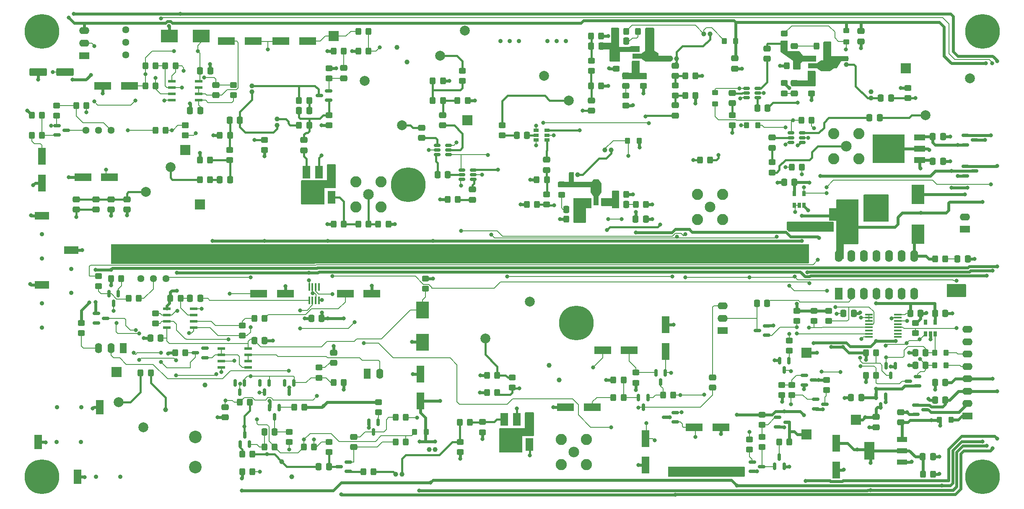
<source format=gtl>
G04 #@! TF.GenerationSoftware,KiCad,Pcbnew,6.0.2-378541a8eb~116~ubuntu20.04.1*
G04 #@! TF.CreationDate,2022-04-18T14:06:08-07:00*
G04 #@! TF.ProjectId,trx_mobo_concept_2,7472785f-6d6f-4626-9f5f-636f6e636570,rev?*
G04 #@! TF.SameCoordinates,Original*
G04 #@! TF.FileFunction,Copper,L1,Top*
G04 #@! TF.FilePolarity,Positive*
%FSLAX46Y46*%
G04 Gerber Fmt 4.6, Leading zero omitted, Abs format (unit mm)*
G04 Created by KiCad (PCBNEW 6.0.2-378541a8eb~116~ubuntu20.04.1) date 2022-04-18 14:06:08*
%MOMM*%
%LPD*%
G01*
G04 APERTURE LIST*
G04 Aperture macros list*
%AMRoundRect*
0 Rectangle with rounded corners*
0 $1 Rounding radius*
0 $2 $3 $4 $5 $6 $7 $8 $9 X,Y pos of 4 corners*
0 Add a 4 corners polygon primitive as box body*
4,1,4,$2,$3,$4,$5,$6,$7,$8,$9,$2,$3,0*
0 Add four circle primitives for the rounded corners*
1,1,$1+$1,$2,$3*
1,1,$1+$1,$4,$5*
1,1,$1+$1,$6,$7*
1,1,$1+$1,$8,$9*
0 Add four rect primitives between the rounded corners*
20,1,$1+$1,$2,$3,$4,$5,0*
20,1,$1+$1,$4,$5,$6,$7,0*
20,1,$1+$1,$6,$7,$8,$9,0*
20,1,$1+$1,$8,$9,$2,$3,0*%
%AMOutline4P*
0 Free polygon, 4 corners , with rotation*
0 The origin of the aperture is its center*
0 number of corners: always 4*
0 $1 to $8 corner X, Y*
0 $9 Rotation angle, in degrees counterclockwise*
0 create outline with 4 corners*
4,1,4,$1,$2,$3,$4,$5,$6,$7,$8,$1,$2,$9*%
G04 Aperture macros list end*
G04 #@! TA.AperFunction,ComponentPad*
%ADD10R,2.100000X1.400000*%
G04 #@! TD*
G04 #@! TA.AperFunction,ComponentPad*
%ADD11O,2.100000X1.400000*%
G04 #@! TD*
G04 #@! TA.AperFunction,ComponentPad*
%ADD12C,0.800000*%
G04 #@! TD*
G04 #@! TA.AperFunction,ComponentPad*
%ADD13C,7.000000*%
G04 #@! TD*
G04 #@! TA.AperFunction,SMDPad,CuDef*
%ADD14RoundRect,0.250000X0.337500X0.475000X-0.337500X0.475000X-0.337500X-0.475000X0.337500X-0.475000X0*%
G04 #@! TD*
G04 #@! TA.AperFunction,SMDPad,CuDef*
%ADD15RoundRect,0.250000X-0.337500X-0.475000X0.337500X-0.475000X0.337500X0.475000X-0.337500X0.475000X0*%
G04 #@! TD*
G04 #@! TA.AperFunction,SMDPad,CuDef*
%ADD16RoundRect,0.250000X-0.475000X0.337500X-0.475000X-0.337500X0.475000X-0.337500X0.475000X0.337500X0*%
G04 #@! TD*
G04 #@! TA.AperFunction,SMDPad,CuDef*
%ADD17RoundRect,0.250000X0.475000X-0.337500X0.475000X0.337500X-0.475000X0.337500X-0.475000X-0.337500X0*%
G04 #@! TD*
G04 #@! TA.AperFunction,SMDPad,CuDef*
%ADD18R,3.500000X1.600000*%
G04 #@! TD*
G04 #@! TA.AperFunction,SMDPad,CuDef*
%ADD19R,1.600000X3.500000*%
G04 #@! TD*
G04 #@! TA.AperFunction,SMDPad,CuDef*
%ADD20R,2.500000X3.500000*%
G04 #@! TD*
G04 #@! TA.AperFunction,SMDPad,CuDef*
%ADD21R,4.000000X2.500000*%
G04 #@! TD*
G04 #@! TA.AperFunction,SMDPad,CuDef*
%ADD22R,2.500000X4.000000*%
G04 #@! TD*
G04 #@! TA.AperFunction,SMDPad,CuDef*
%ADD23R,3.500000X2.500000*%
G04 #@! TD*
G04 #@! TA.AperFunction,SMDPad,CuDef*
%ADD24RoundRect,0.150000X-0.150000X0.587500X-0.150000X-0.587500X0.150000X-0.587500X0.150000X0.587500X0*%
G04 #@! TD*
G04 #@! TA.AperFunction,SMDPad,CuDef*
%ADD25RoundRect,0.150000X0.587500X0.150000X-0.587500X0.150000X-0.587500X-0.150000X0.587500X-0.150000X0*%
G04 #@! TD*
G04 #@! TA.AperFunction,SMDPad,CuDef*
%ADD26RoundRect,0.250000X0.275000X0.350000X-0.275000X0.350000X-0.275000X-0.350000X0.275000X-0.350000X0*%
G04 #@! TD*
G04 #@! TA.AperFunction,SMDPad,CuDef*
%ADD27RoundRect,0.250000X0.350000X-0.275000X0.350000X0.275000X-0.350000X0.275000X-0.350000X-0.275000X0*%
G04 #@! TD*
G04 #@! TA.AperFunction,SMDPad,CuDef*
%ADD28RoundRect,0.250000X-0.350000X0.275000X-0.350000X-0.275000X0.350000X-0.275000X0.350000X0.275000X0*%
G04 #@! TD*
G04 #@! TA.AperFunction,ComponentPad*
%ADD29C,2.150000*%
G04 #@! TD*
G04 #@! TA.AperFunction,ComponentPad*
%ADD30C,2.250000*%
G04 #@! TD*
G04 #@! TA.AperFunction,ComponentPad*
%ADD31O,1.400000X2.100000*%
G04 #@! TD*
G04 #@! TA.AperFunction,ComponentPad*
%ADD32R,1.400000X2.100000*%
G04 #@! TD*
G04 #@! TA.AperFunction,ComponentPad*
%ADD33C,2.000000*%
G04 #@! TD*
G04 #@! TA.AperFunction,ComponentPad*
%ADD34C,1.000000*%
G04 #@! TD*
G04 #@! TA.AperFunction,SMDPad,CuDef*
%ADD35RoundRect,0.150000X-0.587500X-0.150000X0.587500X-0.150000X0.587500X0.150000X-0.587500X0.150000X0*%
G04 #@! TD*
G04 #@! TA.AperFunction,SMDPad,CuDef*
%ADD36RoundRect,0.150000X0.150000X-0.587500X0.150000X0.587500X-0.150000X0.587500X-0.150000X-0.587500X0*%
G04 #@! TD*
G04 #@! TA.AperFunction,SMDPad,CuDef*
%ADD37R,1.000000X1.500000*%
G04 #@! TD*
G04 #@! TA.AperFunction,SMDPad,CuDef*
%ADD38R,2.200000X1.840000*%
G04 #@! TD*
G04 #@! TA.AperFunction,SMDPad,CuDef*
%ADD39Outline4P,-1.100000X-0.500000X1.100000X-0.500000X0.400000X0.500000X-0.400000X0.500000X180.000000*%
G04 #@! TD*
G04 #@! TA.AperFunction,SMDPad,CuDef*
%ADD40Outline4P,-1.100000X-0.425000X1.100000X-0.425000X0.500000X0.425000X-0.500000X0.425000X0.000000*%
G04 #@! TD*
G04 #@! TA.AperFunction,SMDPad,CuDef*
%ADD41R,1.000000X1.800000*%
G04 #@! TD*
G04 #@! TA.AperFunction,SMDPad,CuDef*
%ADD42R,1.500000X1.000000*%
G04 #@! TD*
G04 #@! TA.AperFunction,SMDPad,CuDef*
%ADD43R,1.800000X1.000000*%
G04 #@! TD*
G04 #@! TA.AperFunction,SMDPad,CuDef*
%ADD44R,1.840000X2.200000*%
G04 #@! TD*
G04 #@! TA.AperFunction,SMDPad,CuDef*
%ADD45Outline4P,-1.100000X-0.500000X1.100000X-0.500000X0.400000X0.500000X-0.400000X0.500000X90.000000*%
G04 #@! TD*
G04 #@! TA.AperFunction,SMDPad,CuDef*
%ADD46Outline4P,-1.100000X-0.425000X1.100000X-0.425000X0.500000X0.425000X-0.500000X0.425000X270.000000*%
G04 #@! TD*
G04 #@! TA.AperFunction,SMDPad,CuDef*
%ADD47RoundRect,0.250000X-0.450000X0.325000X-0.450000X-0.325000X0.450000X-0.325000X0.450000X0.325000X0*%
G04 #@! TD*
G04 #@! TA.AperFunction,SMDPad,CuDef*
%ADD48RoundRect,0.250000X-0.325000X-0.450000X0.325000X-0.450000X0.325000X0.450000X-0.325000X0.450000X0*%
G04 #@! TD*
G04 #@! TA.AperFunction,SMDPad,CuDef*
%ADD49RoundRect,0.250000X0.450000X-0.325000X0.450000X0.325000X-0.450000X0.325000X-0.450000X-0.325000X0*%
G04 #@! TD*
G04 #@! TA.AperFunction,SMDPad,CuDef*
%ADD50RoundRect,0.250000X0.325000X0.450000X-0.325000X0.450000X-0.325000X-0.450000X0.325000X-0.450000X0*%
G04 #@! TD*
G04 #@! TA.AperFunction,ComponentPad*
%ADD51C,1.440000*%
G04 #@! TD*
G04 #@! TA.AperFunction,ComponentPad*
%ADD52R,2.032000X2.032000*%
G04 #@! TD*
G04 #@! TA.AperFunction,SMDPad,CuDef*
%ADD53R,0.700000X1.000000*%
G04 #@! TD*
G04 #@! TA.AperFunction,SMDPad,CuDef*
%ADD54R,1.500000X0.450000*%
G04 #@! TD*
G04 #@! TA.AperFunction,SMDPad,CuDef*
%ADD55R,1.650000X2.540000*%
G04 #@! TD*
G04 #@! TA.AperFunction,SMDPad,CuDef*
%ADD56R,0.400000X1.560000*%
G04 #@! TD*
G04 #@! TA.AperFunction,SMDPad,CuDef*
%ADD57R,1.550000X0.600000*%
G04 #@! TD*
G04 #@! TA.AperFunction,ComponentPad*
%ADD58R,1.600000X2.400000*%
G04 #@! TD*
G04 #@! TA.AperFunction,ComponentPad*
%ADD59O,1.600000X2.400000*%
G04 #@! TD*
G04 #@! TA.AperFunction,SMDPad,CuDef*
%ADD60RoundRect,0.150000X-0.512500X-0.150000X0.512500X-0.150000X0.512500X0.150000X-0.512500X0.150000X0*%
G04 #@! TD*
G04 #@! TA.AperFunction,SMDPad,CuDef*
%ADD61R,1.060000X0.650000*%
G04 #@! TD*
G04 #@! TA.AperFunction,SMDPad,CuDef*
%ADD62RoundRect,0.150000X0.512500X0.150000X-0.512500X0.150000X-0.512500X-0.150000X0.512500X-0.150000X0*%
G04 #@! TD*
G04 #@! TA.AperFunction,SMDPad,CuDef*
%ADD63R,2.032000X1.016000*%
G04 #@! TD*
G04 #@! TA.AperFunction,SMDPad,CuDef*
%ADD64R,2.032000X3.657600*%
G04 #@! TD*
G04 #@! TA.AperFunction,ComponentPad*
%ADD65C,0.900000*%
G04 #@! TD*
G04 #@! TA.AperFunction,SMDPad,CuDef*
%ADD66R,3.000000X1.500000*%
G04 #@! TD*
G04 #@! TA.AperFunction,SMDPad,CuDef*
%ADD67R,1.500000X3.000000*%
G04 #@! TD*
G04 #@! TA.AperFunction,ComponentPad*
%ADD68C,2.540000*%
G04 #@! TD*
G04 #@! TA.AperFunction,SMDPad,CuDef*
%ADD69RoundRect,0.250000X1.500000X0.550000X-1.500000X0.550000X-1.500000X-0.550000X1.500000X-0.550000X0*%
G04 #@! TD*
G04 #@! TA.AperFunction,SMDPad,CuDef*
%ADD70R,2.200000X1.200000*%
G04 #@! TD*
G04 #@! TA.AperFunction,SMDPad,CuDef*
%ADD71R,6.400000X5.800000*%
G04 #@! TD*
G04 #@! TA.AperFunction,SMDPad,CuDef*
%ADD72RoundRect,0.250000X0.450000X-0.350000X0.450000X0.350000X-0.450000X0.350000X-0.450000X-0.350000X0*%
G04 #@! TD*
G04 #@! TA.AperFunction,ViaPad*
%ADD73C,0.800000*%
G04 #@! TD*
G04 #@! TA.AperFunction,Conductor*
%ADD74C,0.200000*%
G04 #@! TD*
G04 #@! TA.AperFunction,Conductor*
%ADD75C,0.600000*%
G04 #@! TD*
G04 #@! TA.AperFunction,Conductor*
%ADD76C,0.400000*%
G04 #@! TD*
G04 APERTURE END LIST*
D10*
X63600000Y-59900000D03*
D11*
X63600000Y-54900000D03*
X63600000Y-57400000D03*
D12*
X53143845Y-53143845D03*
X56856155Y-53143845D03*
X57625000Y-55000000D03*
X53143845Y-56856155D03*
X52375000Y-55000000D03*
X55000000Y-57625000D03*
X55000000Y-52375000D03*
X56856155Y-56856155D03*
D13*
X55000000Y-55000000D03*
D12*
X245000000Y-57625000D03*
X245000000Y-52375000D03*
X246856155Y-53143845D03*
X243143845Y-53143845D03*
X246856155Y-56856155D03*
X242375000Y-55000000D03*
X247625000Y-55000000D03*
X243143845Y-56856155D03*
D13*
X245000000Y-55000000D03*
D12*
X57625000Y-145000000D03*
X56856155Y-146856155D03*
X56856155Y-143143845D03*
D13*
X55000000Y-145000000D03*
D12*
X55000000Y-142375000D03*
X53143845Y-146856155D03*
X55000000Y-147625000D03*
X53143845Y-143143845D03*
X52375000Y-145000000D03*
X242375000Y-145000000D03*
X246856155Y-143143845D03*
X247625000Y-145000000D03*
X245000000Y-147625000D03*
X245000000Y-142375000D03*
X243143845Y-143143845D03*
X246856155Y-146856155D03*
X243143845Y-146856155D03*
D13*
X245000000Y-145000000D03*
D12*
X161143845Y-115856155D03*
X161143845Y-112143845D03*
X163000000Y-116625000D03*
X163000000Y-111375000D03*
X160375000Y-114000000D03*
X165625000Y-114000000D03*
X164856155Y-115856155D03*
D13*
X163000000Y-114000000D03*
D12*
X164856155Y-112143845D03*
X130856155Y-87856155D03*
X129000000Y-83375000D03*
X130856155Y-84143845D03*
X127143845Y-84143845D03*
D13*
X129000000Y-86000000D03*
D12*
X131625000Y-86000000D03*
X126375000Y-86000000D03*
X127143845Y-87856155D03*
X129000000Y-88625000D03*
D14*
X237537500Y-126000000D03*
X235462500Y-126000000D03*
X237537500Y-129500000D03*
X235462500Y-129500000D03*
X233537500Y-120000000D03*
X231462500Y-120000000D03*
X233537500Y-122500000D03*
X231462500Y-122500000D03*
D15*
X235462500Y-112000000D03*
X237537500Y-112000000D03*
D14*
X207037500Y-85500000D03*
X204962500Y-85500000D03*
D16*
X223500000Y-132962500D03*
X223500000Y-135037500D03*
D14*
X220562500Y-129000000D03*
X218487500Y-129000000D03*
D15*
X230462500Y-112000000D03*
X232537500Y-112000000D03*
D17*
X66000000Y-91037500D03*
X66000000Y-88962500D03*
X62000000Y-91037500D03*
X62000000Y-88962500D03*
D16*
X72200000Y-88962500D03*
X72200000Y-91037500D03*
X69000000Y-88962500D03*
X69000000Y-91037500D03*
D14*
X109037500Y-71000000D03*
X106962500Y-71000000D03*
D16*
X108000000Y-76962500D03*
X108000000Y-79037500D03*
D17*
X116000000Y-64512500D03*
X116000000Y-62437500D03*
D15*
X92962500Y-73000000D03*
X95037500Y-73000000D03*
X90962500Y-85000000D03*
X93037500Y-85000000D03*
D17*
X118000000Y-139037500D03*
X118000000Y-136962500D03*
D18*
X98800000Y-108000000D03*
X104200000Y-108000000D03*
D19*
X131500000Y-129700000D03*
X131500000Y-124300000D03*
D20*
X131900000Y-111350000D03*
X131900000Y-117850000D03*
D14*
X111537500Y-113000000D03*
X109462500Y-113000000D03*
D15*
X97962500Y-117500000D03*
X100037500Y-117500000D03*
X84962500Y-109000000D03*
X87037500Y-109000000D03*
D18*
X116300000Y-108000000D03*
X121700000Y-108000000D03*
D17*
X114000000Y-122037500D03*
X114000000Y-119962500D03*
D16*
X190500000Y-124962500D03*
X190500000Y-127037500D03*
D21*
X216000000Y-92000000D03*
X224000000Y-92000000D03*
D15*
X216962500Y-112000000D03*
X219037500Y-112000000D03*
D22*
X232000000Y-96000000D03*
X232000000Y-88000000D03*
D15*
X239962500Y-101000000D03*
X242037500Y-101000000D03*
D18*
X173700000Y-119500000D03*
X168300000Y-119500000D03*
D19*
X181000000Y-119700000D03*
X181000000Y-114300000D03*
D18*
X186800000Y-135000000D03*
X192200000Y-135000000D03*
D19*
X177000000Y-137300000D03*
X177000000Y-142700000D03*
D18*
X166200000Y-131000000D03*
X160800000Y-131000000D03*
D19*
X215500000Y-138300000D03*
X215500000Y-143700000D03*
D15*
X232962500Y-141000000D03*
X235037500Y-141000000D03*
D17*
X228500000Y-134037500D03*
X228500000Y-131962500D03*
D15*
X86962500Y-63000000D03*
X89037500Y-63000000D03*
D23*
X87250000Y-56000000D03*
X80750000Y-56000000D03*
D18*
X72700000Y-66000000D03*
X67300000Y-66000000D03*
D17*
X90200000Y-67937500D03*
X90200000Y-65862500D03*
D18*
X92300000Y-57000000D03*
X97700000Y-57000000D03*
X108700000Y-57000000D03*
X103300000Y-57000000D03*
D14*
X87037500Y-71000000D03*
X84962500Y-71000000D03*
D18*
X68700000Y-84500000D03*
X63300000Y-84500000D03*
D19*
X55000000Y-80300000D03*
X55000000Y-85700000D03*
D17*
X136000000Y-74037500D03*
X136000000Y-71962500D03*
D14*
X137037500Y-84000000D03*
X134962500Y-84000000D03*
D17*
X131750000Y-76537500D03*
X131750000Y-74462500D03*
D16*
X142000000Y-86962500D03*
X142000000Y-89037500D03*
D15*
X174962500Y-93000000D03*
X177037500Y-93000000D03*
D16*
X157000000Y-80962500D03*
X157000000Y-83037500D03*
D15*
X160962500Y-91000000D03*
X163037500Y-91000000D03*
X170962500Y-90000000D03*
X173037500Y-90000000D03*
X150962500Y-76000000D03*
X153037500Y-76000000D03*
D16*
X195000000Y-60462500D03*
X195000000Y-62537500D03*
D17*
X183000000Y-72037500D03*
X183000000Y-69962500D03*
D14*
X173037500Y-57000000D03*
X170962500Y-57000000D03*
D16*
X166000000Y-68962500D03*
X166000000Y-71037500D03*
D14*
X168062500Y-58000000D03*
X165987500Y-58000000D03*
D16*
X173000000Y-63962500D03*
X173000000Y-66037500D03*
D15*
X199562500Y-70500000D03*
X201637500Y-70500000D03*
D16*
X202500000Y-76462500D03*
X202500000Y-78537500D03*
D17*
X194500000Y-69537500D03*
X194500000Y-67462500D03*
D14*
X224287500Y-72500000D03*
X222212500Y-72500000D03*
D16*
X220500000Y-54962500D03*
X220500000Y-57037500D03*
D14*
X226537500Y-68500000D03*
X224462500Y-68500000D03*
D16*
X207000000Y-57962500D03*
X207000000Y-60037500D03*
X201500000Y-58462500D03*
X201500000Y-60537500D03*
X207000000Y-65462500D03*
X207000000Y-67537500D03*
D24*
X100950000Y-126062500D03*
X99050000Y-126062500D03*
X100000000Y-127937500D03*
X95950000Y-126062500D03*
X94050000Y-126062500D03*
X95000000Y-127937500D03*
X105950000Y-126062500D03*
X104050000Y-126062500D03*
X105000000Y-127937500D03*
D25*
X87937500Y-120950000D03*
X87937500Y-119050000D03*
X86062500Y-120000000D03*
D26*
X237650000Y-120000000D03*
X235350000Y-120000000D03*
X237650000Y-122500000D03*
X235350000Y-122500000D03*
X238650000Y-133500000D03*
X236350000Y-133500000D03*
X132650000Y-136000000D03*
X130350000Y-136000000D03*
X175650000Y-77100000D03*
X173350000Y-77100000D03*
X195150000Y-57000000D03*
X192850000Y-57000000D03*
X199650000Y-74000000D03*
X197350000Y-74000000D03*
D27*
X191000000Y-69650000D03*
X191000000Y-67350000D03*
D28*
X217500000Y-54850000D03*
X217500000Y-57150000D03*
D29*
X121000000Y-88000000D03*
D30*
X118460000Y-85460000D03*
X123540000Y-85460000D03*
X118460000Y-90540000D03*
X123540000Y-90540000D03*
D10*
X241500000Y-95000000D03*
D11*
X241500000Y-92500000D03*
D10*
X192500000Y-115500000D03*
D11*
X192500000Y-113000000D03*
X192500000Y-110500000D03*
D29*
X217500000Y-78250000D03*
D30*
X214960000Y-75710000D03*
X220040000Y-75710000D03*
X214960000Y-80790000D03*
X220040000Y-80790000D03*
D31*
X66500000Y-119000000D03*
X69000000Y-119000000D03*
D32*
X71500000Y-119000000D03*
D29*
X190000000Y-90500000D03*
D30*
X187460000Y-87960000D03*
X192540000Y-87960000D03*
X187460000Y-93040000D03*
X192540000Y-93040000D03*
D10*
X242000000Y-132750000D03*
D11*
X242000000Y-130250000D03*
X242000000Y-127750000D03*
X242000000Y-125250000D03*
X242000000Y-122750000D03*
X242000000Y-120250000D03*
X242000000Y-117750000D03*
X242000000Y-115250000D03*
D33*
X70500000Y-130000000D03*
X75500000Y-135000000D03*
X76000000Y-87500000D03*
X81000000Y-82500000D03*
D34*
X88000000Y-126500000D03*
X80000000Y-131500000D03*
X157500000Y-122500000D03*
X159500000Y-125500000D03*
X128750000Y-61250000D03*
X126750000Y-58250000D03*
D33*
X161500000Y-69000000D03*
X156500000Y-64000000D03*
X140500000Y-54900000D03*
X135500000Y-59900000D03*
D35*
X231562500Y-130550000D03*
X231562500Y-132450000D03*
X233437500Y-131500000D03*
D25*
X231937500Y-126700000D03*
X231937500Y-124800000D03*
X230062500Y-125750000D03*
D24*
X227450000Y-122625000D03*
X225550000Y-122625000D03*
X226500000Y-124500000D03*
D25*
X112937500Y-68950000D03*
X112937500Y-67050000D03*
X111062500Y-68000000D03*
X116937500Y-143950000D03*
X116937500Y-142050000D03*
X115062500Y-143000000D03*
D24*
X102950000Y-131062500D03*
X101050000Y-131062500D03*
X102000000Y-132937500D03*
X122950000Y-134062500D03*
X121050000Y-134062500D03*
X122000000Y-135937500D03*
X70450000Y-108062500D03*
X68550000Y-108062500D03*
X69500000Y-109937500D03*
D25*
X201437500Y-116450000D03*
X201437500Y-114550000D03*
X199562500Y-115500000D03*
D24*
X180950000Y-124062500D03*
X179050000Y-124062500D03*
X180000000Y-125937500D03*
X177450000Y-129062500D03*
X175550000Y-129062500D03*
X176500000Y-130937500D03*
D35*
X203662500Y-133050000D03*
X203662500Y-134950000D03*
X205537500Y-134000000D03*
D36*
X203050000Y-142937500D03*
X204950000Y-142937500D03*
X204000000Y-141062500D03*
D35*
X198562500Y-142050000D03*
X198562500Y-143950000D03*
X200437500Y-143000000D03*
X209062500Y-124550000D03*
X209062500Y-126450000D03*
X210937500Y-125500000D03*
X211312500Y-129400000D03*
X211312500Y-131300000D03*
X213187500Y-130350000D03*
D24*
X205950000Y-121562500D03*
X204050000Y-121562500D03*
X205000000Y-123437500D03*
D35*
X58062500Y-74050000D03*
X58062500Y-75950000D03*
X59937500Y-75000000D03*
D37*
X165500000Y-89480000D03*
D38*
X167000000Y-86666500D03*
D39*
X167000000Y-88076200D03*
D40*
X167000000Y-85333000D03*
D41*
X167000000Y-89333500D03*
D37*
X168500000Y-89480000D03*
D42*
X175020000Y-58500000D03*
D43*
X175166500Y-60000000D03*
D44*
X177833500Y-60000000D03*
D45*
X176423800Y-60000000D03*
D46*
X179167000Y-60000000D03*
D42*
X175020000Y-61500000D03*
X210520000Y-60500000D03*
D44*
X213333500Y-62000000D03*
D45*
X211923800Y-62000000D03*
D46*
X214667000Y-62000000D03*
D43*
X210666500Y-62000000D03*
D42*
X210520000Y-63500000D03*
D47*
X63000000Y-113975000D03*
X63000000Y-116025000D03*
D48*
X221475000Y-124500000D03*
X223525000Y-124500000D03*
X221475000Y-120000000D03*
X223525000Y-120000000D03*
D49*
X66500000Y-106525000D03*
X66500000Y-104475000D03*
X214000000Y-113525000D03*
X214000000Y-111475000D03*
X211000000Y-113525000D03*
X211000000Y-111475000D03*
X207500000Y-113525000D03*
X207500000Y-111475000D03*
X231500000Y-116025000D03*
X231500000Y-113975000D03*
D48*
X74975000Y-124000000D03*
X77025000Y-124000000D03*
D50*
X89025000Y-85000000D03*
X86975000Y-85000000D03*
D47*
X100000000Y-76975000D03*
X100000000Y-79025000D03*
D48*
X118975000Y-94000000D03*
X121025000Y-94000000D03*
X106975000Y-74000000D03*
X109025000Y-74000000D03*
X122975000Y-94000000D03*
X125025000Y-94000000D03*
D50*
X116025000Y-94000000D03*
X113975000Y-94000000D03*
D47*
X113000000Y-71975000D03*
X113000000Y-74025000D03*
D50*
X116025000Y-59000000D03*
X113975000Y-59000000D03*
D49*
X113000000Y-64525000D03*
X113000000Y-62475000D03*
X93000000Y-81025000D03*
X93000000Y-78975000D03*
D50*
X93025000Y-76000000D03*
X90975000Y-76000000D03*
X89025000Y-81000000D03*
X86975000Y-81000000D03*
X122025000Y-144000000D03*
X119975000Y-144000000D03*
D49*
X105000000Y-138025000D03*
X105000000Y-135975000D03*
D50*
X128525000Y-133000000D03*
X126475000Y-133000000D03*
D48*
X126475000Y-138000000D03*
X128525000Y-138000000D03*
D50*
X110025000Y-139000000D03*
X107975000Y-139000000D03*
D48*
X68975000Y-105000000D03*
X71025000Y-105000000D03*
X105975000Y-131000000D03*
X108025000Y-131000000D03*
D49*
X123000000Y-132025000D03*
X123000000Y-129975000D03*
D50*
X74625000Y-109000000D03*
X72575000Y-109000000D03*
D51*
X75000000Y-105000000D03*
X77540000Y-105000000D03*
X80080000Y-105000000D03*
D49*
X132500000Y-107025000D03*
X132500000Y-104975000D03*
D48*
X80975000Y-109000000D03*
X83025000Y-109000000D03*
X113975000Y-126000000D03*
X116025000Y-126000000D03*
X97975000Y-113000000D03*
X100025000Y-113000000D03*
D49*
X95500000Y-116525000D03*
X95500000Y-114475000D03*
X111000000Y-125025000D03*
X111000000Y-122975000D03*
X78000000Y-114025000D03*
X78000000Y-111975000D03*
D48*
X81975000Y-120000000D03*
X84025000Y-120000000D03*
X235475000Y-101000000D03*
X237525000Y-101000000D03*
D50*
X141525000Y-134000000D03*
X139475000Y-134000000D03*
D47*
X150000000Y-124975000D03*
X150000000Y-127025000D03*
X139500000Y-137975000D03*
X139500000Y-140025000D03*
X144000000Y-133975000D03*
X144000000Y-136025000D03*
D50*
X147025000Y-128000000D03*
X144975000Y-128000000D03*
X147025000Y-124500000D03*
X144975000Y-124500000D03*
X182525000Y-128500000D03*
X180475000Y-128500000D03*
D47*
X175000000Y-123975000D03*
X175000000Y-126025000D03*
D50*
X172525000Y-129000000D03*
X170475000Y-129000000D03*
X172525000Y-125500000D03*
X170475000Y-125500000D03*
D48*
X232975000Y-144500000D03*
X235025000Y-144500000D03*
D47*
X200500000Y-132475000D03*
X200500000Y-134525000D03*
D50*
X206025000Y-138000000D03*
X203975000Y-138000000D03*
D47*
X200500000Y-136975000D03*
X200500000Y-139025000D03*
D49*
X198000000Y-139525000D03*
X198000000Y-137475000D03*
X204500000Y-128525000D03*
X204500000Y-126475000D03*
D47*
X213500000Y-125475000D03*
X213500000Y-127525000D03*
X206500000Y-126475000D03*
X206500000Y-128525000D03*
D49*
X206000000Y-119525000D03*
X206000000Y-117475000D03*
D50*
X78025000Y-66000000D03*
X75975000Y-66000000D03*
D51*
X72000000Y-59800000D03*
X72000000Y-57260000D03*
X72000000Y-54720000D03*
D49*
X93700000Y-67925000D03*
X93700000Y-65875000D03*
D50*
X78025000Y-62000000D03*
X75975000Y-62000000D03*
X82025000Y-62000000D03*
X79975000Y-62000000D03*
X80025000Y-75000000D03*
X77975000Y-75000000D03*
D48*
X61975000Y-70000000D03*
X64025000Y-70000000D03*
D51*
X69000000Y-75000000D03*
X66460000Y-75000000D03*
X63920000Y-75000000D03*
D47*
X58000000Y-69975000D03*
X58000000Y-72025000D03*
D48*
X52975000Y-76000000D03*
X55025000Y-76000000D03*
D50*
X55025000Y-72000000D03*
X52975000Y-72000000D03*
X139025000Y-89000000D03*
X136975000Y-89000000D03*
D48*
X133975000Y-69000000D03*
X136025000Y-69000000D03*
X138975000Y-69000000D03*
X141025000Y-69000000D03*
X133975000Y-65000000D03*
X136025000Y-65000000D03*
D50*
X121025000Y-59000000D03*
X118975000Y-59000000D03*
D47*
X148000000Y-73975000D03*
X148000000Y-76025000D03*
D49*
X140000000Y-65025000D03*
X140000000Y-62975000D03*
D47*
X157000000Y-87975000D03*
X157000000Y-90025000D03*
D50*
X155025000Y-90000000D03*
X152975000Y-90000000D03*
X157025000Y-85000000D03*
X154975000Y-85000000D03*
D47*
X160000000Y-85975000D03*
X160000000Y-88025000D03*
D48*
X187975000Y-81000000D03*
X190025000Y-81000000D03*
D50*
X163025000Y-93000000D03*
X160975000Y-93000000D03*
D48*
X174975000Y-90000000D03*
X177025000Y-90000000D03*
X170975000Y-88000000D03*
X173025000Y-88000000D03*
D50*
X173025000Y-55000000D03*
X170975000Y-55000000D03*
D49*
X183000000Y-68025000D03*
X183000000Y-65975000D03*
D48*
X184975000Y-64000000D03*
X187025000Y-64000000D03*
X184975000Y-68000000D03*
X187025000Y-68000000D03*
D50*
X177525000Y-55000000D03*
X175475000Y-55000000D03*
D47*
X166000000Y-60975000D03*
X166000000Y-63025000D03*
D48*
X165975000Y-66000000D03*
X168025000Y-66000000D03*
X165975000Y-56000000D03*
X168025000Y-56000000D03*
D47*
X171000000Y-60475000D03*
X171000000Y-62525000D03*
X173000000Y-67975000D03*
X173000000Y-70025000D03*
X176500000Y-63975000D03*
X176500000Y-66025000D03*
X202500000Y-81475000D03*
X202500000Y-83525000D03*
D49*
X194500000Y-74025000D03*
X194500000Y-71975000D03*
D48*
X206475000Y-82500000D03*
X208525000Y-82500000D03*
X208475000Y-73000000D03*
X210525000Y-73000000D03*
D47*
X205000000Y-55475000D03*
X205000000Y-57525000D03*
D49*
X230000000Y-68525000D03*
X230000000Y-66475000D03*
D50*
X213525000Y-58000000D03*
X211475000Y-58000000D03*
X207525000Y-62000000D03*
X205475000Y-62000000D03*
D49*
X205000000Y-67525000D03*
X205000000Y-65475000D03*
D47*
X210500000Y-65475000D03*
X210500000Y-67525000D03*
D34*
X102500000Y-74000000D03*
X97500000Y-66000000D03*
X102500000Y-72750000D03*
X97500000Y-67250000D03*
X134500000Y-139500000D03*
X126500000Y-144500000D03*
X133250000Y-139500000D03*
X127750000Y-144500000D03*
X170000000Y-79000000D03*
X162000000Y-84000000D03*
X168750000Y-79000000D03*
X163250000Y-84000000D03*
X190000000Y-55500000D03*
X182000000Y-60500000D03*
X188750000Y-55500000D03*
X183250000Y-60500000D03*
X222500000Y-68500000D03*
X217500000Y-60500000D03*
X222500000Y-67250000D03*
X217500000Y-61750000D03*
D52*
X87000000Y-90000000D03*
X141000000Y-73000000D03*
X229500000Y-62500000D03*
X70090000Y-123890000D03*
X219500000Y-133500000D03*
X209500000Y-136500000D03*
X209500000Y-120000000D03*
X114000000Y-56000000D03*
X84000000Y-79000000D03*
D53*
X233550000Y-116200000D03*
X234500000Y-116200000D03*
X235450000Y-116200000D03*
X235450000Y-113800000D03*
X233550000Y-113800000D03*
X207050000Y-90200000D03*
X208000000Y-90200000D03*
X208950000Y-90200000D03*
X208950000Y-87800000D03*
X207050000Y-87800000D03*
D54*
X222050000Y-112225000D03*
X222050000Y-112875000D03*
X222050000Y-113525000D03*
X222050000Y-114175000D03*
X222050000Y-114825000D03*
X222050000Y-115475000D03*
X222050000Y-116125000D03*
X222050000Y-116775000D03*
X227950000Y-116775000D03*
X227950000Y-116125000D03*
X227950000Y-115475000D03*
X227950000Y-114825000D03*
X227950000Y-114175000D03*
X227950000Y-113525000D03*
X227950000Y-112875000D03*
X227950000Y-112225000D03*
D55*
X113540000Y-83460000D03*
X111000000Y-83460000D03*
X108460000Y-83460000D03*
X108460000Y-88540000D03*
X111000000Y-88540000D03*
X113540000Y-88540000D03*
D56*
X109020000Y-109350000D03*
X109670000Y-109350000D03*
X110330000Y-109350000D03*
X110980000Y-109350000D03*
X110980000Y-106650000D03*
X110330000Y-106650000D03*
X109670000Y-106650000D03*
X109020000Y-106650000D03*
D57*
X85700000Y-114905000D03*
X85700000Y-113635000D03*
X85700000Y-112365000D03*
X85700000Y-111095000D03*
X80300000Y-111095000D03*
X80300000Y-112365000D03*
X80300000Y-113635000D03*
X80300000Y-114905000D03*
X91300000Y-119095000D03*
X91300000Y-120365000D03*
X91300000Y-121635000D03*
X91300000Y-122905000D03*
X96700000Y-122905000D03*
X96700000Y-121635000D03*
X96700000Y-120365000D03*
X96700000Y-119095000D03*
D58*
X216000000Y-108000000D03*
D59*
X218540000Y-108000000D03*
X221080000Y-108000000D03*
X223620000Y-108000000D03*
X226160000Y-108000000D03*
X228700000Y-108000000D03*
X231240000Y-108000000D03*
X231240000Y-100380000D03*
X228700000Y-100380000D03*
X226160000Y-100380000D03*
X223620000Y-100380000D03*
X221080000Y-100380000D03*
X218540000Y-100380000D03*
X216000000Y-100380000D03*
D55*
X153540000Y-133460000D03*
X151000000Y-133460000D03*
X148460000Y-133460000D03*
X148460000Y-138540000D03*
X151000000Y-138540000D03*
X153540000Y-138540000D03*
D57*
X81300000Y-65095000D03*
X81300000Y-66365000D03*
X81300000Y-67635000D03*
X81300000Y-68905000D03*
X86700000Y-68905000D03*
X86700000Y-67635000D03*
X86700000Y-66365000D03*
X86700000Y-65095000D03*
D60*
X134862500Y-78050000D03*
X134862500Y-79000000D03*
X134862500Y-79950000D03*
X137137500Y-79950000D03*
X137137500Y-79000000D03*
X137137500Y-78050000D03*
D61*
X157100000Y-76950000D03*
X157100000Y-76000000D03*
X157100000Y-75050000D03*
X154900000Y-75050000D03*
X154900000Y-76000000D03*
X154900000Y-76950000D03*
D62*
X208637500Y-77450000D03*
X208637500Y-76500000D03*
X208637500Y-75550000D03*
X206362500Y-75550000D03*
X206362500Y-76500000D03*
X206362500Y-77450000D03*
D24*
X225450000Y-128812500D03*
X223550000Y-128812500D03*
X224500000Y-130687500D03*
D63*
X228802000Y-142036000D03*
X228802000Y-139750000D03*
D64*
X222198000Y-139750000D03*
D63*
X228802000Y-137464000D03*
D65*
X55000000Y-96000000D03*
D66*
X55000000Y-92250000D03*
D65*
X55000000Y-100880000D03*
X61000000Y-103000000D03*
D66*
X61000000Y-99250000D03*
D65*
X61000000Y-107880000D03*
X55000000Y-110000000D03*
D66*
X55000000Y-106250000D03*
D65*
X55000000Y-114880000D03*
X63000000Y-131000000D03*
D67*
X66750000Y-131000000D03*
D65*
X58120000Y-131000000D03*
X58000000Y-138000000D03*
D67*
X54250000Y-138000000D03*
D65*
X62880000Y-138000000D03*
X66000000Y-145000000D03*
D67*
X62250000Y-145000000D03*
D65*
X70880000Y-145000000D03*
X160875000Y-57000000D03*
X159000000Y-57000000D03*
X157125000Y-57000000D03*
X147625000Y-57000000D03*
X149500000Y-57000000D03*
X151375000Y-57000000D03*
D48*
X99975000Y-139000000D03*
X102025000Y-139000000D03*
D50*
X97025000Y-130000000D03*
X94975000Y-130000000D03*
X97550000Y-140500000D03*
X95500000Y-140500000D03*
X97525000Y-144000000D03*
X95475000Y-144000000D03*
D16*
X92000000Y-130962500D03*
X92000000Y-133037500D03*
D15*
X99962500Y-136000000D03*
X102037500Y-136000000D03*
D68*
X86000000Y-136952000D03*
X86000000Y-143048000D03*
D14*
X113037500Y-143000000D03*
X110962500Y-143000000D03*
D36*
X95050000Y-138437500D03*
X96950000Y-138437500D03*
X96000000Y-136562500D03*
D34*
X105500000Y-145000000D03*
X103500000Y-142000000D03*
D35*
X66062500Y-112050000D03*
X66062500Y-113950000D03*
X67937500Y-113000000D03*
D49*
X113000000Y-140025000D03*
X113000000Y-137975000D03*
D14*
X79037500Y-117000000D03*
X76962500Y-117000000D03*
D33*
X144600000Y-117100000D03*
X153600000Y-109600000D03*
X127750000Y-74000000D03*
X120250000Y-65000000D03*
X242500000Y-64500000D03*
X233500000Y-72000000D03*
D48*
X106975000Y-69000000D03*
X109025000Y-69000000D03*
D29*
X162500000Y-140000000D03*
D30*
X159960000Y-142540000D03*
X159960000Y-137460000D03*
X165040000Y-142540000D03*
X165040000Y-137460000D03*
D50*
X121025000Y-55000000D03*
X118975000Y-55000000D03*
D62*
X142137500Y-84950000D03*
X142137500Y-84000000D03*
X142137500Y-83050000D03*
X139862500Y-83050000D03*
X139862500Y-84000000D03*
X139862500Y-84950000D03*
D14*
X201537500Y-110000000D03*
X199462500Y-110000000D03*
D17*
X183000000Y-64037500D03*
X183000000Y-61962500D03*
D62*
X199637500Y-68450000D03*
X199637500Y-67500000D03*
X199637500Y-66550000D03*
X197362500Y-66550000D03*
X197362500Y-67500000D03*
X197362500Y-68450000D03*
D25*
X182937500Y-133950000D03*
X182937500Y-132050000D03*
X181062500Y-133000000D03*
D15*
X234962500Y-76250000D03*
X237037500Y-76250000D03*
D35*
X241562500Y-82300000D03*
X241562500Y-84200000D03*
X243437500Y-83250000D03*
D69*
X59700000Y-63250000D03*
X54300000Y-63250000D03*
D35*
X241562500Y-76050000D03*
X241562500Y-77950000D03*
X243437500Y-77000000D03*
D32*
X120750000Y-124225000D03*
D31*
X123250000Y-124225000D03*
D70*
X232375000Y-81030000D03*
X232375000Y-78750000D03*
D71*
X226075000Y-78750000D03*
D70*
X232375000Y-76470000D03*
D72*
X84000000Y-76000000D03*
X84000000Y-74000000D03*
D15*
X234962500Y-81250000D03*
X237037500Y-81250000D03*
D73*
X65600000Y-58000000D03*
X86100000Y-75600000D03*
X121000000Y-100000000D03*
X126000000Y-100000000D03*
X131000000Y-100000000D03*
X136000000Y-100000000D03*
X141000000Y-100000000D03*
X146000000Y-100000000D03*
X151000000Y-100000000D03*
X156000000Y-100000000D03*
X161000000Y-100000000D03*
X166000000Y-100000000D03*
X171000000Y-100000000D03*
X176000000Y-100000000D03*
X181000000Y-100000000D03*
X186000000Y-100000000D03*
X191000000Y-100000000D03*
X196000000Y-100000000D03*
X201000000Y-100000000D03*
X206000000Y-100000000D03*
X116000000Y-100000000D03*
X111000000Y-100000000D03*
X106000000Y-100000000D03*
X101000000Y-100000000D03*
X96000000Y-100000000D03*
X91000000Y-100000000D03*
X86000000Y-100000000D03*
X81000000Y-100000000D03*
X76000000Y-100000000D03*
X71000000Y-100000000D03*
X224000000Y-89000000D03*
X225000000Y-90000000D03*
X108500000Y-86500000D03*
X110900000Y-86500000D03*
X113500000Y-85400000D03*
X182000000Y-144500000D03*
X186500000Y-143500000D03*
X186500000Y-144500000D03*
X192500000Y-143500000D03*
X192500000Y-144500000D03*
X196500000Y-143500000D03*
X196500000Y-144500000D03*
X209800000Y-94000000D03*
X209800000Y-95000000D03*
X206000000Y-94000000D03*
X206000000Y-95000000D03*
X214400000Y-93900000D03*
X214400000Y-94900000D03*
X238300000Y-106600000D03*
X238300000Y-108200000D03*
X241100000Y-108200000D03*
X241100000Y-106600000D03*
X178300004Y-93000000D03*
X112700000Y-94000000D03*
X67300000Y-67600000D03*
X230200000Y-120000000D03*
X158400000Y-76000000D03*
X55800000Y-138100000D03*
X114500000Y-62500000D03*
X217200000Y-129100000D03*
X109700000Y-107969998D03*
X151700000Y-90000000D03*
X210500000Y-68900000D03*
X175000000Y-127500000D03*
X101000000Y-129700000D03*
X72200000Y-92200000D03*
X175500000Y-142700000D03*
X135500000Y-89000000D03*
X91300000Y-123900000D03*
X151000000Y-136500000D03*
X52100000Y-71000000D03*
X80700000Y-53900000D03*
X174400000Y-88000000D03*
X228500000Y-66500000D03*
X112700000Y-59000000D03*
X233700000Y-111900000D03*
X204100000Y-62000000D03*
X169400000Y-66000000D03*
X143900000Y-84000000D03*
X229800000Y-132000000D03*
X206000000Y-143000000D03*
X114000000Y-118600000D03*
X203000000Y-121500000D03*
X243400000Y-101000000D03*
X63200000Y-99200000D03*
X222200000Y-135000000D03*
X169400000Y-56000000D03*
X209800000Y-91200000D03*
X129800000Y-117800000D03*
X200800000Y-67500000D03*
X187000000Y-69600000D03*
X137300000Y-65000000D03*
X178300000Y-90000000D03*
X188400000Y-64000000D03*
X111500000Y-74000000D03*
X234250000Y-79000000D03*
X52800000Y-92200000D03*
X230200000Y-122500000D03*
X222000000Y-89000000D03*
X80500000Y-120100000D03*
X90500000Y-133000000D03*
X148500000Y-136500000D03*
X220300000Y-111800000D03*
X220500000Y-112900000D03*
X217000000Y-143600000D03*
X182000000Y-143500000D03*
X225500000Y-130000000D03*
X203600000Y-85600000D03*
X212750000Y-131400000D03*
X143500000Y-128000000D03*
X87300000Y-111100000D03*
X75600000Y-117000000D03*
X108100000Y-113000000D03*
X87000000Y-79600000D03*
X139500000Y-141400000D03*
X143600000Y-124500000D03*
X153500000Y-135400000D03*
X220600000Y-117200000D03*
X65300000Y-131200000D03*
X209800000Y-76500000D03*
X121700000Y-106400000D03*
X206000000Y-66500000D03*
X69000000Y-92300000D03*
X52700000Y-106100000D03*
X142500000Y-69000000D03*
X176500000Y-67600000D03*
X220500000Y-58400000D03*
X169600000Y-62500000D03*
X169000000Y-125500000D03*
X199500000Y-143900000D03*
X238500000Y-76250000D03*
X196400000Y-62600000D03*
X63700000Y-145100000D03*
X223000000Y-90000000D03*
X89700000Y-76000000D03*
X144000000Y-137400000D03*
X126300000Y-94000000D03*
X153699994Y-85000000D03*
X174400000Y-69900000D03*
X236300000Y-144400000D03*
X89000000Y-61600000D03*
X121100000Y-135100000D03*
X101700000Y-117500000D03*
X234100000Y-129300000D03*
X238900000Y-112000000D03*
X133200000Y-79000000D03*
X60500000Y-84500000D03*
X84900000Y-69600000D03*
X238500000Y-81250000D03*
X230750000Y-142000000D03*
X130000000Y-124300000D03*
X235500000Y-127400000D03*
X79800000Y-69000000D03*
X53300000Y-86100000D03*
X192200000Y-136400000D03*
X104200000Y-106500000D03*
X207500000Y-110100000D03*
X159700000Y-93000000D03*
X234500000Y-117300000D03*
X158300000Y-131000000D03*
X117700000Y-59000000D03*
X236300000Y-141000000D03*
X54250000Y-64750000D03*
X202750000Y-114500000D03*
X182600000Y-114300000D03*
X105000000Y-127000000D03*
X104900000Y-123600000D03*
X247100000Y-139300000D03*
X111900004Y-130700000D03*
X211925000Y-125475000D03*
X246700980Y-76000000D03*
X247100000Y-103400000D03*
X247100000Y-125200000D03*
X183000000Y-148700010D03*
X211600000Y-120000000D03*
X209672373Y-103700042D03*
X115500000Y-148600000D03*
X181900000Y-133000000D03*
X209300000Y-145900000D03*
X61250000Y-64750000D03*
X248000000Y-127800000D03*
X248000000Y-137300000D03*
X69000000Y-106300000D03*
X61500000Y-51500000D03*
X83000000Y-51500000D03*
X65899998Y-103200000D03*
X65900000Y-109700000D03*
X248000000Y-61000000D03*
X248000000Y-102500000D03*
X69000000Y-103200000D03*
X248000000Y-82250000D03*
X64930378Y-63819622D03*
X225600000Y-120899994D03*
X226685503Y-112991302D03*
X229722745Y-117987903D03*
X225452121Y-118500000D03*
X229800000Y-113500000D03*
X232400000Y-121200000D03*
X232300000Y-117300000D03*
X100000000Y-97400000D03*
X208500000Y-92300000D03*
X232500000Y-82750000D03*
X100000000Y-80300000D03*
X133500000Y-146200000D03*
X245000000Y-89500000D03*
X209000000Y-127300000D03*
X232550000Y-91700000D03*
X116000000Y-113000000D03*
X236500000Y-134700000D03*
X134000000Y-105000000D03*
X216000000Y-94600000D03*
X208500000Y-97400000D03*
X95400000Y-145400000D03*
X64600000Y-109800000D03*
X112800000Y-113000000D03*
X116000000Y-127400000D03*
X111600000Y-109300000D03*
X95400000Y-147800000D03*
X245000000Y-137900000D03*
X195400000Y-132500000D03*
X209000000Y-132600000D03*
X111600000Y-111800000D03*
X204600000Y-129900000D03*
X205000000Y-135000000D03*
X112800000Y-97400000D03*
X234700000Y-133600000D03*
X195400000Y-146800000D03*
X236800012Y-146799988D03*
X134000000Y-97400000D03*
X89500000Y-97400000D03*
X205000000Y-131800000D03*
X223500000Y-127250000D03*
X223500000Y-110000000D03*
X227500000Y-117600000D03*
X226500000Y-122750000D03*
X210900000Y-118000000D03*
X210100000Y-85600000D03*
X223500002Y-117600000D03*
X219700000Y-139500000D03*
X245900000Y-138800000D03*
X131300000Y-137900000D03*
X214500000Y-118800010D03*
X222400000Y-147699990D03*
X221325000Y-132975000D03*
X131200000Y-147799994D03*
X221500000Y-121400000D03*
X216800000Y-118800010D03*
X245900000Y-104400000D03*
X134500000Y-137900000D03*
X221500000Y-125900000D03*
X109000000Y-105300000D03*
X109000000Y-103800021D03*
X135500000Y-129700000D03*
X82300000Y-103800021D03*
X82300000Y-107400000D03*
X222400000Y-142200000D03*
X99100000Y-144000000D03*
X105000000Y-139500000D03*
X130800000Y-133100000D03*
X70100000Y-114000000D03*
X92100000Y-129600000D03*
X82100000Y-121500000D03*
X110000000Y-137500000D03*
X82099988Y-124500010D03*
X74700000Y-121400000D03*
X110600000Y-128700000D03*
X69500000Y-111500000D03*
X74700000Y-116100000D03*
X90300000Y-124300000D03*
X98500000Y-133400000D03*
X108000000Y-137500000D03*
X97200000Y-104700021D03*
X93000000Y-108000000D03*
X107200000Y-115100000D03*
X175500000Y-131100000D03*
X107200000Y-111400000D03*
X118200000Y-113800000D03*
X120100000Y-118000000D03*
X170000000Y-135000000D03*
X215600000Y-112100000D03*
X241500000Y-88000000D03*
X166400000Y-122900000D03*
X182100000Y-124000000D03*
X187000000Y-137000000D03*
X178800000Y-137700000D03*
X177100000Y-134200000D03*
X86500000Y-59000000D03*
X81700000Y-59000000D03*
X75975000Y-63675000D03*
X87838870Y-64317925D03*
X78000000Y-64400000D03*
X100700000Y-58700000D03*
X207500000Y-114800000D03*
X207500000Y-116100000D03*
X68000000Y-83000000D03*
X56900000Y-74100000D03*
X72400000Y-75000000D03*
X172100000Y-93000000D03*
X173500000Y-80200000D03*
X169400000Y-93000000D03*
X169200000Y-95200000D03*
X179900000Y-94100000D03*
X154900000Y-78100000D03*
X154900000Y-74100000D03*
X149000000Y-104600000D03*
X182399998Y-104600000D03*
X177600000Y-73600000D03*
X156300000Y-73500000D03*
X177000000Y-72200000D03*
X164300000Y-71000000D03*
X163700000Y-75000000D03*
X207700000Y-78100000D03*
X207700000Y-69400000D03*
X196100000Y-68600000D03*
X196300000Y-74000000D03*
X195950000Y-66550000D03*
X205200000Y-77900000D03*
X205200000Y-74400000D03*
X205200000Y-82500000D03*
X206800000Y-73000000D03*
X217400000Y-58700000D03*
X73600000Y-120000000D03*
X79100000Y-120000000D03*
X73993245Y-115393245D03*
X79100000Y-121800010D03*
X84800000Y-116000000D03*
X97200000Y-114800000D03*
X99000000Y-128000000D03*
X93900000Y-121600000D03*
X97200000Y-124700000D03*
X92700000Y-117225000D03*
X95050500Y-126250000D03*
X123250000Y-58250000D03*
X220385408Y-122637106D03*
X220300000Y-121000000D03*
X188800000Y-128400000D03*
X184250000Y-132000000D03*
X184000000Y-128500000D03*
X206300000Y-130400000D03*
X206300000Y-123700000D03*
X64000000Y-71400000D03*
X73900000Y-69000000D03*
X65600000Y-69200000D03*
X211800000Y-101200000D03*
X212500000Y-123800000D03*
X216300000Y-123900000D03*
X215300000Y-110700000D03*
X246700000Y-85900000D03*
X79100000Y-52400000D03*
X213500000Y-86500000D03*
X247000000Y-61500000D03*
X210100000Y-105900064D03*
X113700000Y-108100000D03*
X113700000Y-104500022D03*
X210000000Y-114900000D03*
X139700000Y-95300000D03*
X185000000Y-96050500D03*
X208500000Y-83900000D03*
X207200000Y-91500000D03*
X239799996Y-105400000D03*
X139700000Y-86200000D03*
X185000000Y-104700000D03*
X198000000Y-104700000D03*
X207100000Y-104600000D03*
X239800000Y-115000000D03*
X138800006Y-77500000D03*
X198000000Y-136000000D03*
X82400000Y-111500000D03*
X206000000Y-106400000D03*
X203500000Y-96500500D03*
X145100000Y-80000000D03*
X145800000Y-96100000D03*
X213500000Y-87700000D03*
X206000000Y-116200000D03*
X213600000Y-107400000D03*
X209000000Y-86500000D03*
X183300000Y-96500500D03*
X211000000Y-74600000D03*
X83700000Y-63000000D03*
X81300000Y-75000000D03*
X83300000Y-66400000D03*
X111500000Y-80100000D03*
X194500000Y-75500000D03*
X62000000Y-92500000D03*
X98000000Y-77000000D03*
X100500000Y-140500000D03*
X95970000Y-134830000D03*
X158500000Y-90200000D03*
X164500000Y-93000000D03*
X186600000Y-81000000D03*
X231500000Y-68500000D03*
X153600000Y-140700000D03*
X151000000Y-131200000D03*
X151500000Y-127200000D03*
X147200000Y-83000000D03*
X191700000Y-80000000D03*
X240000000Y-84250000D03*
X240050000Y-77950000D03*
X212000499Y-96750000D03*
X238750000Y-83250000D03*
X175000000Y-95701460D03*
X175750000Y-78500000D03*
X238750000Y-86599500D03*
X175000000Y-91500000D03*
X242000000Y-86599500D03*
X212250000Y-84250000D03*
X245500000Y-77000000D03*
X245750000Y-61500000D03*
X60500000Y-52250000D03*
X57250000Y-63250000D03*
D74*
X96700000Y-120365000D02*
X102402500Y-120365000D01*
X102402500Y-120365000D02*
X102737011Y-120699511D01*
X96700000Y-122905000D02*
X95505000Y-122905000D01*
X95505000Y-122905000D02*
X94900000Y-122300000D01*
X94565000Y-120365000D02*
X91300000Y-120365000D01*
X94900000Y-122300000D02*
X94900000Y-120700000D01*
X94900000Y-120700000D02*
X94565000Y-120365000D01*
X96700000Y-121635000D02*
X96700000Y-120365000D01*
D75*
X63600489Y-53299511D02*
X80028387Y-53299511D01*
X61549511Y-53299511D02*
X63600489Y-53299511D01*
X63600489Y-53299511D02*
X63600000Y-53300000D01*
X63600000Y-53300000D02*
X63600000Y-54900000D01*
D74*
X65600000Y-58000000D02*
X65600000Y-57900000D01*
X65100000Y-57400000D02*
X63600000Y-57400000D01*
X65600000Y-57900000D02*
X65100000Y-57400000D01*
X85700000Y-76000000D02*
X86100000Y-75600000D01*
X84000000Y-76000000D02*
X85700000Y-76000000D01*
D75*
X113000000Y-74025000D02*
X111525000Y-74025000D01*
X232525000Y-113075000D02*
X232525000Y-112000000D01*
X204920000Y-143010000D02*
X205990000Y-143010000D01*
X54250000Y-138000000D02*
X55700000Y-138000000D01*
D74*
X110400000Y-108200000D02*
X110169998Y-107969998D01*
D75*
X54300000Y-64700000D02*
X54250000Y-64750000D01*
X229775000Y-131975000D02*
X229800000Y-132000000D01*
D74*
X222050000Y-116775000D02*
X221025000Y-116775000D01*
D75*
X121080000Y-133990000D02*
X121080000Y-135080000D01*
X92000000Y-133025000D02*
X90525000Y-133025000D01*
D74*
X109670000Y-107939998D02*
X109700000Y-107969998D01*
D75*
X234300000Y-129500000D02*
X234100000Y-129300000D01*
X237037500Y-81250000D02*
X238500000Y-81250000D01*
D74*
X220525000Y-112875000D02*
X220500000Y-112900000D01*
X199600000Y-67500000D02*
X200800000Y-67500000D01*
D75*
X101080000Y-130990000D02*
X101080000Y-129780000D01*
D74*
X222050000Y-112225000D02*
X222050000Y-112875000D01*
D75*
X228802000Y-142036000D02*
X230714000Y-142036000D01*
X160975000Y-93000000D02*
X159700000Y-93000000D01*
X224000000Y-92000000D02*
X224000000Y-91000000D01*
X231500000Y-113975000D02*
X231625000Y-113975000D01*
X222225000Y-135025000D02*
X222200000Y-135000000D01*
X144000000Y-136025000D02*
X144000000Y-137400000D01*
X121700000Y-108000000D02*
X121700000Y-106400000D01*
X131500000Y-124300000D02*
X130000000Y-124300000D01*
X211000000Y-111475000D02*
X207500000Y-111475000D01*
D74*
X222050000Y-112875000D02*
X222050000Y-113525000D01*
D75*
X231490000Y-132420000D02*
X230220000Y-132420000D01*
X111525000Y-74025000D02*
X111500000Y-74000000D01*
X235025000Y-144500000D02*
X236200000Y-144500000D01*
X228500000Y-131975000D02*
X229775000Y-131975000D01*
X114475000Y-62475000D02*
X114500000Y-62500000D01*
X212750000Y-131400000D02*
X211412500Y-131400000D01*
X136975000Y-89000000D02*
X135500000Y-89000000D01*
D74*
X91300000Y-122905000D02*
X91300000Y-123900000D01*
D75*
X152975000Y-90000000D02*
X151700000Y-90000000D01*
X195000000Y-62525000D02*
X196325000Y-62525000D01*
D74*
X87295000Y-111095000D02*
X87300000Y-111100000D01*
X81300000Y-68905000D02*
X79895000Y-68905000D01*
D75*
X80600000Y-120000000D02*
X80500000Y-120100000D01*
X210500000Y-67525000D02*
X210500000Y-68900000D01*
X160800000Y-131000000D02*
X158300000Y-131000000D01*
X84975000Y-69675000D02*
X84900000Y-69600000D01*
X225480000Y-129980000D02*
X225500000Y-130000000D01*
X219025000Y-112000000D02*
X220100000Y-112000000D01*
X232375000Y-78750000D02*
X226075000Y-78750000D01*
X198490000Y-143920000D02*
X199480000Y-143920000D01*
X205000000Y-65475000D02*
X205000000Y-65500000D01*
X154975000Y-85000000D02*
X153699994Y-85000000D01*
X62250000Y-145000000D02*
X63600000Y-145000000D01*
X86975000Y-81000000D02*
X86975000Y-79625000D01*
X217300000Y-129000000D02*
X217200000Y-129100000D01*
X55000000Y-92250000D02*
X52850000Y-92250000D01*
X214000000Y-111475000D02*
X211000000Y-111475000D01*
X187025000Y-64000000D02*
X188400000Y-64000000D01*
X204975000Y-85500000D02*
X203700000Y-85500000D01*
X61000000Y-99250000D02*
X63150000Y-99250000D01*
X196325000Y-62525000D02*
X196400000Y-62600000D01*
D74*
X157100000Y-76000000D02*
X158400000Y-76000000D01*
D75*
X187025000Y-69575000D02*
X187000000Y-69600000D01*
D74*
X221025000Y-116775000D02*
X220600000Y-117200000D01*
D75*
X215500000Y-143700000D02*
X216900000Y-143700000D01*
X168025000Y-56000000D02*
X169400000Y-56000000D01*
X66750000Y-131000000D02*
X65500000Y-131000000D01*
X237037500Y-76250000D02*
X238500000Y-76250000D01*
X76975000Y-117000000D02*
X75600000Y-117000000D01*
X176500000Y-66025000D02*
X176500000Y-67600000D01*
X54300000Y-63250000D02*
X54300000Y-64700000D01*
X118975000Y-59000000D02*
X117700000Y-59000000D01*
X218500000Y-129000000D02*
X217300000Y-129000000D01*
X170475000Y-125500000D02*
X169000000Y-125500000D01*
X220500000Y-57025000D02*
X220500000Y-58400000D01*
X53700000Y-85700000D02*
X53300000Y-86100000D01*
X235475000Y-129500000D02*
X234300000Y-129500000D01*
X236200000Y-144500000D02*
X236300000Y-144400000D01*
D74*
X79895000Y-68905000D02*
X79800000Y-69000000D01*
D75*
X63600000Y-145000000D02*
X63700000Y-145100000D01*
X55000000Y-106250000D02*
X52850000Y-106250000D01*
X52975000Y-72000000D02*
X52975000Y-71875000D01*
X136025000Y-65000000D02*
X137300000Y-65000000D01*
X223500000Y-135025000D02*
X222225000Y-135025000D01*
X174275000Y-70025000D02*
X174400000Y-69900000D01*
X235025000Y-141000000D02*
X236300000Y-141000000D01*
X224000000Y-91000000D02*
X223000000Y-90000000D01*
X230000000Y-66475000D02*
X228525000Y-66475000D01*
X205000000Y-65500000D02*
X206000000Y-66500000D01*
X237525000Y-112000000D02*
X238900000Y-112000000D01*
X169625000Y-62525000D02*
X169600000Y-62500000D01*
X65500000Y-131000000D02*
X65300000Y-131200000D01*
X202750000Y-114500000D02*
X201487500Y-114500000D01*
X113975000Y-59000000D02*
X112700000Y-59000000D01*
X177025000Y-90000000D02*
X178300000Y-90000000D01*
X80750000Y-53950000D02*
X80700000Y-53900000D01*
X199480000Y-143920000D02*
X199500000Y-143900000D01*
X173025000Y-88000000D02*
X174400000Y-88000000D01*
X235475000Y-127375000D02*
X235500000Y-127400000D01*
X208950000Y-90350000D02*
X209800000Y-91200000D01*
X144975000Y-128000000D02*
X143500000Y-128000000D01*
X230714000Y-142036000D02*
X230750000Y-142000000D01*
X55700000Y-138000000D02*
X55800000Y-138100000D01*
X104200000Y-108000000D02*
X104200000Y-106500000D01*
X63300000Y-84500000D02*
X60500000Y-84500000D01*
D74*
X134650000Y-79000000D02*
X133200000Y-79000000D01*
D75*
X177000000Y-142700000D02*
X175500000Y-142700000D01*
X89025000Y-61625000D02*
X89000000Y-61600000D01*
D74*
X110400000Y-109100000D02*
X110400000Y-108200000D01*
D75*
X225480000Y-128990000D02*
X225480000Y-129980000D01*
X113975000Y-94000000D02*
X112700000Y-94000000D01*
X201487500Y-114500000D02*
X201437500Y-114550000D01*
D74*
X222050000Y-112875000D02*
X220525000Y-112875000D01*
D75*
X109475000Y-113000000D02*
X108100000Y-113000000D01*
X242025000Y-101000000D02*
X243400000Y-101000000D01*
X203987500Y-121500000D02*
X204050000Y-121562500D01*
X208950000Y-90200000D02*
X208950000Y-90350000D01*
X220100000Y-112000000D02*
X220300000Y-111800000D01*
X101080000Y-129780000D02*
X101000000Y-129700000D01*
D74*
X85700000Y-111095000D02*
X87295000Y-111095000D01*
D75*
X72200000Y-92200000D02*
X72200000Y-91025000D01*
X113000000Y-62475000D02*
X114475000Y-62475000D01*
X203700000Y-85500000D02*
X203600000Y-85600000D01*
X129800000Y-117800000D02*
X131850000Y-117800000D01*
X52850000Y-92250000D02*
X52800000Y-92200000D01*
X234250000Y-79000000D02*
X234000000Y-78750000D01*
X231475000Y-120000000D02*
X230200000Y-120000000D01*
X233600000Y-112000000D02*
X233700000Y-111900000D01*
X173000000Y-70025000D02*
X174275000Y-70025000D01*
D74*
X208600000Y-76500000D02*
X209800000Y-76500000D01*
D75*
X231625000Y-113975000D02*
X232525000Y-113075000D01*
X141025000Y-69000000D02*
X142500000Y-69000000D01*
X55000000Y-85700000D02*
X53700000Y-85700000D01*
X216900000Y-143700000D02*
X217000000Y-143600000D01*
D74*
X110169998Y-107969998D02*
X109700000Y-107969998D01*
D75*
X234500000Y-116200000D02*
X234500000Y-117300000D01*
X114000000Y-119975000D02*
X114000000Y-118600000D01*
X171000000Y-62525000D02*
X169625000Y-62525000D01*
D74*
X110330000Y-109170000D02*
X110400000Y-109100000D01*
D75*
X207500000Y-111475000D02*
X207500000Y-110100000D01*
X232525000Y-112000000D02*
X233600000Y-112000000D01*
X231475000Y-122500000D02*
X230200000Y-122500000D01*
X89025000Y-63000000D02*
X89025000Y-61625000D01*
X144975000Y-124500000D02*
X143600000Y-124500000D01*
X230220000Y-132420000D02*
X229800000Y-132000000D01*
X90525000Y-133025000D02*
X90500000Y-133000000D01*
X52975000Y-71875000D02*
X52100000Y-71000000D01*
X90975000Y-76000000D02*
X89700000Y-76000000D01*
X121080000Y-135080000D02*
X121100000Y-135100000D01*
X86975000Y-79625000D02*
X87000000Y-79600000D01*
X175000000Y-126025000D02*
X175000000Y-127500000D01*
X177025000Y-93000000D02*
X178300004Y-93000000D01*
X181000000Y-114300000D02*
X182600000Y-114300000D01*
X205475000Y-62000000D02*
X204100000Y-62000000D01*
X234000000Y-78750000D02*
X232375000Y-78750000D01*
X228525000Y-66475000D02*
X228500000Y-66500000D01*
X131850000Y-117800000D02*
X131900000Y-117850000D01*
X63150000Y-99250000D02*
X63200000Y-99200000D01*
X187025000Y-68000000D02*
X187025000Y-69575000D01*
X211412500Y-131400000D02*
X211312500Y-131300000D01*
X205990000Y-143010000D02*
X206000000Y-143000000D01*
X125025000Y-94000000D02*
X126300000Y-94000000D01*
X203000000Y-121500000D02*
X203987500Y-121500000D01*
X52850000Y-106250000D02*
X52700000Y-106100000D01*
X69000000Y-91025000D02*
X69000000Y-92300000D01*
X67300000Y-66000000D02*
X67300000Y-67600000D01*
D74*
X109670000Y-106650000D02*
X109670000Y-107939998D01*
D75*
X168025000Y-66000000D02*
X169400000Y-66000000D01*
X139500000Y-140025000D02*
X139500000Y-141400000D01*
X84975000Y-71000000D02*
X84975000Y-69675000D01*
X81975000Y-120000000D02*
X80600000Y-120000000D01*
X100025000Y-117500000D02*
X101700000Y-117500000D01*
D74*
X142350000Y-84000000D02*
X143900000Y-84000000D01*
D75*
X80750000Y-56000000D02*
X80750000Y-53950000D01*
D74*
X110330000Y-109350000D02*
X110330000Y-109170000D01*
D75*
X235475000Y-126000000D02*
X235475000Y-127375000D01*
X192200000Y-135000000D02*
X192200000Y-136400000D01*
D74*
X72100000Y-122300000D02*
X70800000Y-121000000D01*
X80400011Y-125200011D02*
X77500000Y-122300000D01*
X93100000Y-123600000D02*
X91499990Y-125200010D01*
X69000000Y-120500000D02*
X69000000Y-119000000D01*
X105030000Y-127990000D02*
X105030000Y-127030000D01*
X104900000Y-123600000D02*
X93100000Y-123600000D01*
X91499990Y-125200010D02*
X80400011Y-125200011D01*
X70800000Y-121000000D02*
X69500000Y-121000000D01*
X77500000Y-122300000D02*
X72100000Y-122300000D01*
X69500000Y-121000000D02*
X69000000Y-120500000D01*
X105030000Y-127030000D02*
X105000000Y-127000000D01*
D75*
X108025000Y-131000000D02*
X111600004Y-131000000D01*
X181010000Y-133030000D02*
X181870000Y-133030000D01*
X123000000Y-129975000D02*
X112625004Y-129975000D01*
X242392053Y-103600011D02*
X209772404Y-103600011D01*
X247100000Y-125200000D02*
X242050000Y-125200000D01*
X210995000Y-125475000D02*
X210990000Y-125470000D01*
X242592064Y-103400000D02*
X242392053Y-103600011D01*
X242050000Y-125200000D02*
X242000000Y-125250000D01*
X183100010Y-148600000D02*
X183000000Y-148700010D01*
X209500000Y-120000000D02*
X211600000Y-120000000D01*
X246600000Y-139800000D02*
X241200000Y-139800000D01*
X115600010Y-148700010D02*
X183000000Y-148700010D01*
X240600000Y-140400000D02*
X240600000Y-147500000D01*
X111600004Y-131000000D02*
X111900004Y-130700000D01*
X241612500Y-76000000D02*
X241562500Y-76050000D01*
X115500000Y-148600000D02*
X115600010Y-148700010D01*
X238800000Y-126000000D02*
X239550000Y-125250000D01*
X239550000Y-125250000D02*
X242000000Y-125250000D01*
X181870000Y-133030000D02*
X181900000Y-133000000D01*
X213500000Y-125475000D02*
X211925000Y-125475000D01*
X239500000Y-148600000D02*
X183100010Y-148600000D01*
X246700980Y-76000000D02*
X241612500Y-76000000D01*
X211925000Y-125475000D02*
X210995000Y-125475000D01*
X209772404Y-103600011D02*
X209672373Y-103700042D01*
X240600000Y-147500000D02*
X239500000Y-148600000D01*
X237525000Y-126000000D02*
X238800000Y-126000000D01*
X112625004Y-129975000D02*
X111900004Y-130700000D01*
X241200000Y-139800000D02*
X240600000Y-140400000D01*
X247100000Y-139300000D02*
X246600000Y-139800000D01*
X247100000Y-103400000D02*
X242592064Y-103400000D01*
X238199970Y-139405878D02*
X238199970Y-145800030D01*
X234290002Y-130520000D02*
X234670002Y-130900000D01*
X216800001Y-145800000D02*
X216800001Y-145850001D01*
X240000000Y-60000000D02*
X247100000Y-60000000D01*
X216700001Y-145950001D02*
X214299999Y-145950001D01*
X242050000Y-127800000D02*
X242000000Y-127750000D01*
X69299989Y-102900011D02*
X69000000Y-103200000D01*
X209500000Y-136500000D02*
X207600000Y-136500000D01*
X239100000Y-52000000D02*
X239100000Y-59100000D01*
X63950000Y-64800000D02*
X64930378Y-63819622D01*
X207000000Y-135900000D02*
X206000000Y-135900000D01*
X61250000Y-64750000D02*
X61300000Y-64800000D01*
X216800001Y-145850001D02*
X216700001Y-145950001D01*
X110648553Y-102800000D02*
X110548542Y-102900011D01*
X206000000Y-135900000D02*
X206000000Y-137975000D01*
X69000000Y-103200000D02*
X65899998Y-103200000D01*
X206000000Y-137975000D02*
X206025000Y-138000000D01*
X214199999Y-145800000D02*
X209400000Y-145800000D01*
X83000000Y-51500000D02*
X238600000Y-51500000D01*
X241562500Y-82300000D02*
X247950000Y-82300000D01*
X214199999Y-145850001D02*
X214199999Y-145800000D01*
X214299999Y-145950001D02*
X214199999Y-145850001D01*
X231490000Y-130520000D02*
X234290002Y-130520000D01*
X207600000Y-136500000D02*
X207000000Y-135900000D01*
X248000000Y-102500000D02*
X242360678Y-102500000D01*
X240805848Y-136800000D02*
X238199970Y-139405878D01*
X238199940Y-145800000D02*
X216800001Y-145800000D01*
X237525000Y-130375000D02*
X237525000Y-129500000D01*
X238600000Y-51500000D02*
X239100000Y-52000000D01*
X247100000Y-60000000D02*
X248000000Y-60900000D01*
X238199970Y-145800030D02*
X238199940Y-145800000D01*
X239100000Y-59100000D02*
X240000000Y-60000000D01*
X61500000Y-51500000D02*
X83000000Y-51500000D01*
X61300000Y-64800000D02*
X63950000Y-64800000D01*
X240150000Y-127750000D02*
X242000000Y-127750000D01*
X238400000Y-129500000D02*
X240150000Y-127750000D01*
X248000000Y-60900000D02*
X248000000Y-61000000D01*
X237000000Y-130900000D02*
X237525000Y-130375000D01*
X209400000Y-145800000D02*
X209300000Y-145900000D01*
X65900000Y-109700000D02*
X65900000Y-111887500D01*
X237525000Y-129500000D02*
X238400000Y-129500000D01*
X247950000Y-82300000D02*
X248000000Y-82250000D01*
X248000000Y-137300000D02*
X247500000Y-136800000D01*
X242360678Y-102500000D02*
X242060678Y-102800000D01*
X68975000Y-105000000D02*
X68975000Y-106275000D01*
X247500000Y-136800000D02*
X240805848Y-136800000D01*
X110548542Y-102900011D02*
X69299989Y-102900011D01*
X248000000Y-127800000D02*
X242050000Y-127800000D01*
X65900000Y-111887500D02*
X66062500Y-112050000D01*
X68975000Y-106275000D02*
X69000000Y-106300000D01*
X234670002Y-130900000D02*
X237000000Y-130900000D01*
X242060678Y-102800000D02*
X110648553Y-102800000D01*
X206000000Y-134000000D02*
X206000000Y-135900000D01*
D74*
X225600000Y-122575000D02*
X225550000Y-122625000D01*
X229240001Y-120610001D02*
X228950008Y-120899994D01*
X233525000Y-119125000D02*
X233100000Y-118700000D01*
X228950008Y-120899994D02*
X225600000Y-120899994D01*
X233100000Y-118700000D02*
X230000000Y-118700000D01*
X233525000Y-120000000D02*
X233525000Y-119125000D01*
X235475000Y-120000000D02*
X233525000Y-120000000D01*
X226801805Y-112875000D02*
X226685503Y-112991302D01*
X230000000Y-118700000D02*
X229240001Y-119459999D01*
X235475000Y-120000000D02*
X235475000Y-116225000D01*
X225600000Y-120899994D02*
X225600000Y-122575000D01*
X229240001Y-119459999D02*
X229240001Y-120610001D01*
X227950000Y-112875000D02*
X226801805Y-112875000D01*
X235475000Y-116225000D02*
X235450000Y-116200000D01*
X229722745Y-117987903D02*
X230210648Y-117500000D01*
X225652121Y-118300000D02*
X229410648Y-118300000D01*
X230210648Y-117500000D02*
X232100000Y-117500000D01*
X232500000Y-123750000D02*
X231937500Y-124312500D01*
X225452121Y-118500000D02*
X225652121Y-118300000D01*
X233525000Y-122500000D02*
X233525000Y-122325000D01*
X233537500Y-123462500D02*
X233250000Y-123750000D01*
X232450000Y-117300000D02*
X232300000Y-117300000D01*
X235475000Y-122500000D02*
X233525000Y-122500000D01*
X229410648Y-118300000D02*
X229722745Y-117987903D01*
X233525000Y-122325000D02*
X232400000Y-121200000D01*
X231937500Y-124312500D02*
X231937500Y-124800000D01*
X233537500Y-122500000D02*
X233537500Y-123462500D01*
X227975000Y-113500000D02*
X227950000Y-113525000D01*
X232100000Y-117500000D02*
X232300000Y-117300000D01*
X233250000Y-123750000D02*
X232500000Y-123750000D01*
X229800000Y-113500000D02*
X227975000Y-113500000D01*
X233550000Y-116200000D02*
X232450000Y-117300000D01*
D75*
X242000000Y-132750000D02*
X240850000Y-132750000D01*
X240100000Y-133500000D02*
X238525000Y-133500000D01*
X240850000Y-132750000D02*
X240100000Y-133500000D01*
X236800012Y-146799988D02*
X238500012Y-146799988D01*
X95400000Y-147800000D02*
X113900000Y-147800000D01*
D74*
X111550000Y-109350000D02*
X111600000Y-109300000D01*
D75*
X203200000Y-131800000D02*
X205000000Y-131800000D01*
X229975000Y-134025000D02*
X228500000Y-134025000D01*
X234700000Y-133600000D02*
X236375000Y-133600000D01*
X227900000Y-92600000D02*
X227900000Y-94000000D01*
X204600000Y-129900000D02*
X204600000Y-128625000D01*
X238500012Y-146799988D02*
X238999979Y-146300021D01*
X238200000Y-91200000D02*
X237700000Y-91700000D01*
X100000000Y-79025000D02*
X100000000Y-80300000D01*
X63000000Y-113975000D02*
X63000000Y-111400000D01*
X116000000Y-127400000D02*
X116000000Y-126025000D01*
X209000000Y-127300000D02*
X209000000Y-126430000D01*
X111600000Y-112925000D02*
X111525000Y-113000000D01*
X216000000Y-94600000D02*
X216000000Y-92000000D01*
X237700000Y-91700000D02*
X232550000Y-91700000D01*
X221967986Y-146800000D02*
X221967998Y-146799988D01*
X116000000Y-126025000D02*
X116025000Y-126000000D01*
X232550000Y-91700000D02*
X228800000Y-91700000D01*
X236475000Y-134675000D02*
X236500000Y-134700000D01*
X133975000Y-104975000D02*
X134000000Y-105000000D01*
X200500000Y-132475000D02*
X195425000Y-132475000D01*
X215700000Y-92300000D02*
X216000000Y-92000000D01*
X227300000Y-94600000D02*
X216000000Y-94600000D01*
X240837230Y-137900000D02*
X245000000Y-137900000D01*
X238400000Y-89500000D02*
X238200000Y-89700000D01*
X204950000Y-134950000D02*
X205000000Y-135000000D01*
X115500000Y-146200000D02*
X133500000Y-146200000D01*
X194300000Y-145700000D02*
X195400000Y-146800000D01*
X238999979Y-139737251D02*
X240837230Y-137900000D01*
X228802000Y-134339500D02*
X228500000Y-134037500D01*
X111525000Y-113000000D02*
X112800000Y-113000000D01*
X236375000Y-133600000D02*
X236475000Y-133500000D01*
X132500000Y-104975000D02*
X133975000Y-104975000D01*
X245000000Y-89500000D02*
X238400000Y-89500000D01*
X200500000Y-132475000D02*
X202525000Y-132475000D01*
X232375000Y-81030000D02*
X232375000Y-82625000D01*
X111600000Y-111800000D02*
X111600000Y-112925000D01*
X134000000Y-97400000D02*
X207700002Y-97400000D01*
X208500000Y-92300000D02*
X215700000Y-92300000D01*
X216000000Y-94600000D02*
X216000000Y-100380000D01*
X234742500Y-81030000D02*
X234962500Y-81250000D01*
X236475000Y-133500000D02*
X236475000Y-134675000D01*
X208200000Y-131800000D02*
X209000000Y-132600000D01*
X207700002Y-97400000D02*
X208500000Y-97400000D01*
X232375000Y-82625000D02*
X232500000Y-82750000D01*
X95475000Y-144000000D02*
X95475000Y-145325000D01*
X230400000Y-133600000D02*
X229975000Y-134025000D01*
X202525000Y-132475000D02*
X203200000Y-131800000D01*
X112800000Y-113000000D02*
X116000000Y-113000000D01*
X228800000Y-91700000D02*
X227900000Y-92600000D01*
X204600000Y-128625000D02*
X204500000Y-128525000D01*
X195400000Y-146800000D02*
X221967986Y-146800000D01*
X89500000Y-97400000D02*
X100000000Y-97400000D01*
X63000000Y-111400000D02*
X64600000Y-109800000D01*
X100000000Y-97400000D02*
X112800000Y-97400000D01*
X205000000Y-131800000D02*
X208200000Y-131800000D01*
X113900000Y-147800000D02*
X115500000Y-146200000D01*
X232375000Y-81030000D02*
X234742500Y-81030000D01*
X221967998Y-146799988D02*
X236800012Y-146799988D01*
X95475000Y-145325000D02*
X95400000Y-145400000D01*
D74*
X110980000Y-109350000D02*
X111550000Y-109350000D01*
D75*
X228802000Y-137464000D02*
X228802000Y-134339500D01*
X112800000Y-97400000D02*
X134000000Y-97400000D01*
X234700000Y-133600000D02*
X230400000Y-133600000D01*
X204000000Y-134950000D02*
X204950000Y-134950000D01*
X195425000Y-132475000D02*
X195400000Y-132500000D01*
X134000000Y-145700000D02*
X194300000Y-145700000D01*
X238200000Y-89700000D02*
X238200000Y-91200000D01*
X227900000Y-94000000D02*
X227300000Y-94600000D01*
X133500000Y-146200000D02*
X134000000Y-145700000D01*
X238999979Y-146300021D02*
X238999979Y-139737251D01*
X223500002Y-117600000D02*
X227500000Y-117600000D01*
X218300000Y-118700000D02*
X217500009Y-117900009D01*
X228750000Y-127250000D02*
X223500000Y-127250000D01*
X227325000Y-122750000D02*
X227450000Y-122625000D01*
X235400000Y-111925000D02*
X235475000Y-112000000D01*
X207025000Y-87775000D02*
X207050000Y-87800000D01*
X223570000Y-129000000D02*
X223580000Y-128990000D01*
X231937500Y-126700000D02*
X229300000Y-126700000D01*
X222400002Y-118700000D02*
X218300000Y-118700000D01*
D74*
X227950000Y-112225000D02*
X229375000Y-112225000D01*
D75*
X223500000Y-110000000D02*
X230200000Y-110000000D01*
X230475000Y-112000000D02*
X230475000Y-110275000D01*
D74*
X229375000Y-112225000D02*
X229600000Y-112000000D01*
D75*
X223500002Y-117600000D02*
X222400002Y-118700000D01*
X235450000Y-113800000D02*
X235450000Y-112025000D01*
X217500009Y-117900009D02*
X210999991Y-117900009D01*
X229300000Y-126700000D02*
X228750000Y-127250000D01*
X235450000Y-112025000D02*
X235475000Y-112000000D01*
X226500000Y-122750000D02*
X227325000Y-122750000D01*
X207025000Y-85500000D02*
X210000000Y-85500000D01*
X220550000Y-129000000D02*
X223570000Y-129000000D01*
X223500000Y-127250000D02*
X223500000Y-128762500D01*
X235400000Y-110000000D02*
X235400000Y-111925000D01*
X210000000Y-85500000D02*
X210100000Y-85600000D01*
X210999991Y-117900009D02*
X210900000Y-118000000D01*
X230200000Y-110000000D02*
X235400000Y-110000000D01*
X230475000Y-110275000D02*
X230200000Y-110000000D01*
D74*
X229600000Y-112000000D02*
X230475000Y-112000000D01*
D75*
X223500000Y-128762500D02*
X223550000Y-128812500D01*
X207025000Y-85500000D02*
X207025000Y-87775000D01*
X222400000Y-142200000D02*
X222400000Y-139952000D01*
X217999990Y-120000000D02*
X216800000Y-118800010D01*
X132525000Y-136000000D02*
X132525000Y-133125000D01*
X221325000Y-132975000D02*
X220800000Y-133500000D01*
X245900000Y-138800000D02*
X241068616Y-138800000D01*
X239799990Y-140068626D02*
X239799990Y-147000010D01*
X221500000Y-121400000D02*
X221500000Y-120025000D01*
X221834315Y-147699990D02*
X221734305Y-147800000D01*
X208240373Y-103600022D02*
X110979917Y-103600022D01*
X209240394Y-104600043D02*
X208240373Y-103600022D01*
X220800000Y-133500000D02*
X219500000Y-133500000D01*
X210104374Y-104600043D02*
X209240394Y-104600043D01*
X132500000Y-137900000D02*
X134500000Y-137900000D01*
X132525000Y-137875000D02*
X132500000Y-137900000D01*
X241068616Y-138800000D02*
X239799990Y-140068626D01*
X223810000Y-130990000D02*
X223500000Y-131300000D01*
X219000000Y-139500000D02*
X217800000Y-138300000D01*
X222198000Y-139750000D02*
X228802000Y-139750000D01*
X81300000Y-107400000D02*
X80975000Y-107725000D01*
X239799990Y-147000010D02*
X239100010Y-147699990D01*
X224530000Y-130990000D02*
X223810000Y-130990000D01*
X110779918Y-103800021D02*
X109000000Y-103800021D01*
X131300000Y-137900000D02*
X132500000Y-137900000D01*
X132525000Y-133125000D02*
X131500000Y-132100000D01*
X219700000Y-139500000D02*
X219000000Y-139500000D01*
X245899978Y-104400022D02*
X210304395Y-104400022D01*
X219700000Y-139500000D02*
X221948000Y-139500000D01*
X223500000Y-131300000D02*
X223500000Y-132975000D01*
X210304395Y-104400022D02*
X210104374Y-104600043D01*
X221475000Y-124500000D02*
X221475000Y-125875000D01*
X214500000Y-118800010D02*
X216800000Y-118800010D01*
X221948000Y-139500000D02*
X222198000Y-139750000D01*
X131500000Y-132100000D02*
X131500000Y-129700000D01*
X231500000Y-141000000D02*
X232962500Y-141000000D01*
X131200006Y-147800000D02*
X131200000Y-147799994D01*
X109000000Y-103800021D02*
X82300000Y-103800021D01*
X222400000Y-139952000D02*
X222198000Y-139750000D01*
X230250000Y-139750000D02*
X231500000Y-141000000D01*
X110979917Y-103600022D02*
X110779918Y-103800021D01*
X221475000Y-120000000D02*
X217999990Y-120000000D01*
X232975000Y-144500000D02*
X232975000Y-141000000D01*
X245900000Y-104400000D02*
X245899978Y-104400022D01*
X221475000Y-125875000D02*
X221500000Y-125900000D01*
X132525000Y-136000000D02*
X132525000Y-137875000D01*
X221500000Y-120025000D02*
X221475000Y-120000000D01*
X239100010Y-147699990D02*
X222400000Y-147699990D01*
X80300000Y-111095000D02*
X80300000Y-110500000D01*
X217800000Y-138300000D02*
X215500000Y-138300000D01*
D74*
X109020000Y-106650000D02*
X109020000Y-105320000D01*
D75*
X80800000Y-109175000D02*
X80975000Y-109000000D01*
X221734305Y-147800000D02*
X131200006Y-147800000D01*
X82300000Y-107400000D02*
X81300000Y-107400000D01*
X80800000Y-110000000D02*
X80800000Y-109175000D01*
X135500000Y-129700000D02*
X131500000Y-129700000D01*
X228802000Y-139750000D02*
X230250000Y-139750000D01*
X80975000Y-107725000D02*
X80975000Y-109000000D01*
X223500000Y-132975000D02*
X221325000Y-132975000D01*
X80300000Y-110500000D02*
X80800000Y-110000000D01*
X222400000Y-147699990D02*
X221834315Y-147699990D01*
D74*
X109020000Y-105320000D02*
X109000000Y-105300000D01*
D76*
X109025000Y-69000000D02*
X109025000Y-71000000D01*
D74*
X113000000Y-64525000D02*
X113000000Y-67070000D01*
X113025000Y-64500000D02*
X113000000Y-64525000D01*
X116000000Y-64500000D02*
X113025000Y-64500000D01*
X116025000Y-62425000D02*
X116000000Y-62450000D01*
X116025000Y-59000000D02*
X116025000Y-62425000D01*
D76*
X89025000Y-85000000D02*
X90975000Y-85000000D01*
D74*
X105000000Y-139500000D02*
X105000000Y-138025000D01*
X97525000Y-144000000D02*
X99100000Y-144000000D01*
X130800000Y-133100000D02*
X128625000Y-133100000D01*
X128625000Y-133100000D02*
X128525000Y-133000000D01*
X98510000Y-138510000D02*
X96920000Y-138510000D01*
X99975000Y-136000000D02*
X99975000Y-139000000D01*
X99000000Y-139000000D02*
X98510000Y-138510000D01*
X99975000Y-139000000D02*
X99000000Y-139000000D01*
X105000000Y-135975000D02*
X102050000Y-135975000D01*
X102025000Y-136000000D02*
X102050000Y-135975000D01*
X102030000Y-132990000D02*
X102030000Y-135995000D01*
X124600000Y-135500000D02*
X124110000Y-135990000D01*
X124110000Y-135990000D02*
X122030000Y-135990000D01*
X119325000Y-136975000D02*
X118000000Y-136975000D01*
X126475000Y-133000000D02*
X125100000Y-133000000D01*
X124600000Y-133500000D02*
X124600000Y-135500000D01*
X122030000Y-135990000D02*
X120310000Y-135990000D01*
X125100000Y-133000000D02*
X124600000Y-133500000D01*
X120310000Y-135990000D02*
X119325000Y-136975000D01*
X117010000Y-142080000D02*
X118020000Y-142080000D01*
X118020000Y-142080000D02*
X118000000Y-142060000D01*
X123800000Y-138000000D02*
X122775000Y-139025000D01*
X126475000Y-138000000D02*
X123800000Y-138000000D01*
X122775000Y-139025000D02*
X118000000Y-139025000D01*
X118000000Y-142060000D02*
X118000000Y-139025000D01*
X69500000Y-110020000D02*
X69530000Y-109990000D01*
X81700000Y-121100000D02*
X82100000Y-121500000D01*
X100210741Y-129500000D02*
X98077138Y-129500000D01*
X110025000Y-137525000D02*
X110000000Y-137500000D01*
X70020000Y-115720000D02*
X70020000Y-114080000D01*
X110600000Y-128700000D02*
X109800000Y-129500000D01*
X69500000Y-111500000D02*
X69500000Y-110020000D01*
X100710252Y-129000489D02*
X100210741Y-129500000D01*
X101289748Y-129000489D02*
X100710252Y-129000489D01*
X101699511Y-129500000D02*
X101699511Y-129410252D01*
X110025000Y-139000000D02*
X110500000Y-139000000D01*
X97577618Y-129000480D02*
X95974520Y-129000480D01*
X70020000Y-115720000D02*
X70400000Y-116100000D01*
X70400000Y-116100000D02*
X74700000Y-116100000D01*
X70020000Y-114080000D02*
X70100000Y-114000000D01*
X74700000Y-121400000D02*
X75000000Y-121100000D01*
X93500000Y-129600000D02*
X93900000Y-130000000D01*
X92100000Y-129600000D02*
X93500000Y-129600000D01*
X93900000Y-130000000D02*
X94975000Y-130000000D01*
X90300000Y-124300000D02*
X90099990Y-124500010D01*
X92000000Y-129700000D02*
X92100000Y-129600000D01*
X98077138Y-129500000D02*
X97577618Y-129000480D01*
X110500000Y-139000000D02*
X111525000Y-137975000D01*
X109800000Y-129500000D02*
X101699511Y-129500000D01*
X110025000Y-139000000D02*
X110025000Y-137525000D01*
X92000000Y-130975000D02*
X92000000Y-129700000D01*
X111525000Y-137975000D02*
X113000000Y-137975000D01*
X95974520Y-129000480D02*
X94975000Y-130000000D01*
X101699511Y-129410252D02*
X101289748Y-129000489D01*
X90099990Y-124500010D02*
X82099988Y-124500010D01*
X75000000Y-121100000D02*
X81700000Y-121100000D01*
X109200000Y-136300000D02*
X108000000Y-137500000D01*
X122400000Y-137900000D02*
X115100000Y-137900000D01*
X128525000Y-136755002D02*
X128540001Y-136740001D01*
X123559999Y-136740001D02*
X122400000Y-137900000D01*
X128525000Y-138000000D02*
X128525000Y-136755002D01*
X128540001Y-136740001D02*
X123559999Y-136740001D01*
X107975000Y-139000000D02*
X106774999Y-140200001D01*
X107975000Y-139000000D02*
X107975000Y-137525000D01*
X98750000Y-134500000D02*
X98500000Y-134250000D01*
X103225001Y-140200001D02*
X102025000Y-139000000D01*
X115100000Y-137900000D02*
X113500000Y-136300000D01*
X80379979Y-104700021D02*
X80080000Y-105000000D01*
X130475000Y-136000000D02*
X129734999Y-136740001D01*
X100900000Y-137875000D02*
X100900000Y-134900000D01*
X98500000Y-134250000D02*
X98500000Y-133400000D01*
X97200000Y-104700021D02*
X80379979Y-104700021D01*
X100900000Y-134900000D02*
X100500000Y-134500000D01*
X129734999Y-136740001D02*
X128540001Y-136740001D01*
X107975000Y-137525000D02*
X108000000Y-137500000D01*
X102025000Y-139000000D02*
X100900000Y-137875000D01*
X106774999Y-140200001D02*
X103225001Y-140200001D01*
X100500000Y-134500000D02*
X98750000Y-134500000D01*
X113500000Y-136300000D02*
X109200000Y-136300000D01*
X98800000Y-108000000D02*
X93000000Y-108000000D01*
X80300000Y-114905000D02*
X80300000Y-117000000D01*
X132500000Y-108700000D02*
X132500000Y-107025000D01*
X111500000Y-118750000D02*
X112572176Y-117677824D01*
X80300000Y-117000000D02*
X80300000Y-117600000D01*
X99225000Y-118750000D02*
X111500000Y-118750000D01*
X118600000Y-117200000D02*
X123600000Y-117200000D01*
X129450000Y-111350000D02*
X131900000Y-111350000D01*
X131900000Y-111350000D02*
X131900000Y-109300000D01*
X96700000Y-118100000D02*
X96700000Y-117700000D01*
X96700000Y-117700000D02*
X97100000Y-117300000D01*
X80800000Y-118100000D02*
X96700000Y-118100000D01*
X97100000Y-117300000D02*
X97775000Y-117300000D01*
X96700000Y-119095000D02*
X96700000Y-118100000D01*
X112572176Y-117677824D02*
X118122176Y-117677824D01*
X131900000Y-109300000D02*
X132500000Y-108700000D01*
X80300000Y-117600000D02*
X80800000Y-118100000D01*
X79025000Y-117000000D02*
X80300000Y-117000000D01*
X118122176Y-117677824D02*
X118600000Y-117200000D01*
X123600000Y-117200000D02*
X129450000Y-111350000D01*
X97775000Y-117300000D02*
X99225000Y-118750000D01*
X88950000Y-109350000D02*
X88600000Y-109000000D01*
X88600000Y-109000000D02*
X87025000Y-109000000D01*
X109020000Y-109350000D02*
X88950000Y-109350000D01*
X84465000Y-112365000D02*
X85700000Y-112365000D01*
X83025000Y-109000000D02*
X84975000Y-109000000D01*
X83025000Y-110925000D02*
X84465000Y-112365000D01*
X83025000Y-109000000D02*
X83025000Y-110925000D01*
X100725001Y-112299999D02*
X108265007Y-112299999D01*
X116300000Y-109700000D02*
X116300000Y-108000000D01*
X114900000Y-111100000D02*
X116300000Y-109700000D01*
X108265007Y-112299999D02*
X109465006Y-111100000D01*
X100025000Y-113000000D02*
X100725001Y-112299999D01*
X109465006Y-111100000D02*
X114900000Y-111100000D01*
X114000000Y-122025000D02*
X113175000Y-122025000D01*
X113175000Y-122025000D02*
X112225000Y-122975000D01*
X112225000Y-122975000D02*
X111000000Y-122975000D01*
X123250000Y-121750000D02*
X123250000Y-124225000D01*
X119250000Y-121000000D02*
X119750000Y-121500000D01*
X102737011Y-120699511D02*
X112449511Y-120699511D01*
X112750000Y-121000000D02*
X119250000Y-121000000D01*
X123000000Y-121500000D02*
X123250000Y-121750000D01*
X119750000Y-121500000D02*
X123000000Y-121500000D01*
X112449511Y-120699511D02*
X112750000Y-121000000D01*
X175610000Y-130990000D02*
X175500000Y-131100000D01*
X165900000Y-135000000D02*
X163400000Y-132500000D01*
X116900000Y-115100000D02*
X118200000Y-113800000D01*
X150100000Y-129300000D02*
X149000000Y-130400000D01*
X109670000Y-109350000D02*
X109670000Y-110330000D01*
X163400000Y-130509998D02*
X162190002Y-129300000D01*
X108600000Y-111400000D02*
X107200000Y-111400000D01*
X162190002Y-129300000D02*
X150100000Y-129300000D01*
X176500000Y-130937500D02*
X188062500Y-130937500D01*
X170000000Y-135000000D02*
X165900000Y-135000000D01*
X126000000Y-121000000D02*
X123000000Y-118000000D01*
X123000000Y-118000000D02*
X120100000Y-118000000D01*
X176530000Y-130990000D02*
X175610000Y-130990000D01*
X107200000Y-115100000D02*
X116900000Y-115100000D01*
X163400000Y-132500000D02*
X163400000Y-130509998D01*
X109670000Y-110330000D02*
X108600000Y-111400000D01*
X190500000Y-128500000D02*
X190500000Y-127037500D01*
X188062500Y-130937500D02*
X190500000Y-128500000D01*
X139400000Y-130400000D02*
X138900000Y-129900000D01*
X137500000Y-121000000D02*
X126000000Y-121000000D01*
X149000000Y-130400000D02*
X139400000Y-130400000D01*
X138900000Y-129900000D02*
X138900000Y-122400000D01*
X138900000Y-122400000D02*
X137500000Y-121000000D01*
X216975000Y-112000000D02*
X215700000Y-112000000D01*
X215700000Y-112000000D02*
X215600000Y-112100000D01*
X199475000Y-115495000D02*
X199510000Y-115530000D01*
X199475000Y-112975000D02*
X199475000Y-115495000D01*
X199475000Y-110000000D02*
X199475000Y-112975000D01*
X199450000Y-113000000D02*
X199475000Y-112975000D01*
X192500000Y-113000000D02*
X199450000Y-113000000D01*
X218540000Y-108000000D02*
X218540000Y-109160000D01*
X202125001Y-109399999D02*
X201525000Y-110000000D01*
X218540000Y-109160000D02*
X218000000Y-109700000D01*
X208136002Y-109700000D02*
X207836001Y-109399999D01*
X207836001Y-109399999D02*
X202125001Y-109399999D01*
X218000000Y-109700000D02*
X208136002Y-109700000D01*
D75*
X231240000Y-96760000D02*
X232000000Y-96000000D01*
X231240000Y-100380000D02*
X231240000Y-96760000D01*
X231240000Y-100380000D02*
X233580000Y-100380000D01*
X233580000Y-100380000D02*
X234200000Y-101000000D01*
X234200000Y-101000000D02*
X235475000Y-101000000D01*
X232000000Y-88000000D02*
X241500000Y-88000000D01*
D74*
X239975000Y-101000000D02*
X237525000Y-101000000D01*
X175000000Y-123975000D02*
X179065000Y-123975000D01*
X173700000Y-121700000D02*
X173700000Y-119500000D01*
X175000000Y-123975000D02*
X175000000Y-123000000D01*
X179065000Y-123975000D02*
X179080000Y-123990000D01*
X175000000Y-123000000D02*
X173700000Y-121700000D01*
X166400000Y-122900000D02*
X168300000Y-121000000D01*
X168300000Y-121000000D02*
X168300000Y-119500000D01*
X180980000Y-123990000D02*
X182090000Y-123990000D01*
X181000000Y-123970000D02*
X180980000Y-123990000D01*
X182090000Y-123990000D02*
X182100000Y-124000000D01*
X181000000Y-119700000D02*
X181000000Y-123970000D01*
X184600000Y-135000000D02*
X186800000Y-135000000D01*
X187000000Y-137000000D02*
X187000000Y-135200000D01*
X184400000Y-134800000D02*
X184600000Y-135000000D01*
X184400000Y-134400000D02*
X184400000Y-134800000D01*
X183980000Y-133980000D02*
X184400000Y-134400000D01*
X183010000Y-133980000D02*
X183980000Y-133980000D01*
X187000000Y-135200000D02*
X186800000Y-135000000D01*
X177100000Y-137200000D02*
X177000000Y-137300000D01*
X178400000Y-137300000D02*
X178800000Y-137700000D01*
X177100000Y-134200000D02*
X177100000Y-137200000D01*
X177000000Y-137300000D02*
X178400000Y-137300000D01*
X167100000Y-129000000D02*
X166200000Y-129900000D01*
X166200000Y-129900000D02*
X166200000Y-131000000D01*
X170475000Y-129000000D02*
X167100000Y-129000000D01*
X86500000Y-57900000D02*
X86500000Y-59000000D01*
X86975000Y-64820000D02*
X86700000Y-65095000D01*
X86975000Y-63000000D02*
X86975000Y-59475000D01*
X86975000Y-59475000D02*
X86500000Y-59000000D01*
X87250000Y-56000000D02*
X87250000Y-57150000D01*
X86975000Y-63000000D02*
X86975000Y-64820000D01*
X87250000Y-57150000D02*
X86500000Y-57900000D01*
X75975000Y-63675000D02*
X75975000Y-62000000D01*
X81700000Y-59000000D02*
X77300000Y-59000000D01*
X77300000Y-59000000D02*
X75975000Y-60325000D01*
X75975000Y-66000000D02*
X75975000Y-63675000D01*
X72700000Y-66000000D02*
X75975000Y-66000000D01*
X75975000Y-60325000D02*
X75975000Y-62000000D01*
X92500000Y-66800000D02*
X94327834Y-66800000D01*
X94400000Y-57000000D02*
X92300000Y-57000000D01*
X94327834Y-66800000D02*
X94700000Y-66427834D01*
X88035000Y-67635000D02*
X86700000Y-67635000D01*
X94700000Y-66427834D02*
X94700000Y-57300000D01*
X94700000Y-57300000D02*
X94400000Y-57000000D01*
X90200000Y-67925000D02*
X88325000Y-67925000D01*
X91375000Y-67925000D02*
X92500000Y-66800000D01*
X88325000Y-67925000D02*
X88035000Y-67635000D01*
X90200000Y-67925000D02*
X91375000Y-67925000D01*
X86700000Y-67635000D02*
X86700000Y-66365000D01*
X90200000Y-65875000D02*
X90200000Y-64700000D01*
X90200000Y-64700000D02*
X89817925Y-64317925D01*
X93700000Y-65875000D02*
X90200000Y-65875000D01*
X89817925Y-64317925D02*
X87838870Y-64317925D01*
X78025000Y-66625000D02*
X79035000Y-67635000D01*
X78025000Y-64425000D02*
X78000000Y-64400000D01*
X79035000Y-67635000D02*
X81300000Y-67635000D01*
X78025000Y-66000000D02*
X78025000Y-66625000D01*
X78025000Y-66000000D02*
X78025000Y-64425000D01*
X100700000Y-58700000D02*
X100700000Y-57100000D01*
X100600000Y-57100000D02*
X103200000Y-57100000D01*
X97800000Y-57100000D02*
X97700000Y-57000000D01*
X103200000Y-57100000D02*
X103300000Y-57000000D01*
X100600000Y-57100000D02*
X97800000Y-57100000D01*
X207500000Y-113525000D02*
X207500000Y-114800000D01*
X207800000Y-116100000D02*
X207825000Y-116125000D01*
X222050000Y-116125000D02*
X207825000Y-116125000D01*
X204100000Y-114800000D02*
X202420000Y-116480000D01*
X207500000Y-114800000D02*
X204100000Y-114800000D01*
X202420000Y-116480000D02*
X201510000Y-116480000D01*
X207500000Y-116100000D02*
X207800000Y-116100000D01*
X87025000Y-71000000D02*
X87025000Y-70225000D01*
X93700000Y-69100000D02*
X93700000Y-67925000D01*
X87025000Y-70225000D02*
X86700000Y-69900000D01*
X86700000Y-68905000D02*
X88105000Y-68905000D01*
X88105000Y-68905000D02*
X88600000Y-69400000D01*
X88600000Y-69400000D02*
X93400000Y-69400000D01*
X93400000Y-69400000D02*
X93700000Y-69100000D01*
X86700000Y-69900000D02*
X86700000Y-68905000D01*
X61975000Y-70000000D02*
X61975000Y-72175000D01*
X68000000Y-83800000D02*
X68700000Y-84500000D01*
X68000000Y-83000000D02*
X68000000Y-83800000D01*
X58000000Y-69975000D02*
X61950000Y-69975000D01*
X67500000Y-73500000D02*
X69000000Y-75000000D01*
X61975000Y-72175000D02*
X63300000Y-73500000D01*
X61950000Y-69975000D02*
X61975000Y-70000000D01*
X63300000Y-73500000D02*
X67500000Y-73500000D01*
X63920000Y-75000000D02*
X60020000Y-75000000D01*
X60020000Y-75000000D02*
X59990000Y-74970000D01*
X56900000Y-74100000D02*
X57910000Y-74100000D01*
X58000000Y-72025000D02*
X58000000Y-74010000D01*
X57910000Y-74100000D02*
X57990000Y-74020000D01*
X58000000Y-74010000D02*
X57990000Y-74020000D01*
X55000000Y-80300000D02*
X55000000Y-78000000D01*
X54700000Y-77700000D02*
X53500000Y-77700000D01*
X52975000Y-77175000D02*
X52975000Y-76000000D01*
X55000000Y-78000000D02*
X54700000Y-77700000D01*
X53500000Y-77700000D02*
X52975000Y-77175000D01*
X77975000Y-75000000D02*
X72400000Y-75000000D01*
D76*
X139050000Y-89025000D02*
X139025000Y-89000000D01*
X142000000Y-89025000D02*
X139050000Y-89025000D01*
D74*
X168750000Y-78769998D02*
X168750000Y-79000000D01*
X173475000Y-77100000D02*
X170419998Y-77100000D01*
X173475000Y-77100000D02*
X173475000Y-80175000D01*
X172100000Y-93000000D02*
X169400000Y-93000000D01*
X173475000Y-80175000D02*
X173500000Y-80200000D01*
X170419998Y-77100000D02*
X168750000Y-78769998D01*
X160000000Y-90700000D02*
X160300000Y-91000000D01*
X160300000Y-91000000D02*
X160975000Y-91000000D01*
X160000000Y-88025000D02*
X160000000Y-90700000D01*
D76*
X169800010Y-94599990D02*
X179400010Y-94599990D01*
X169200000Y-95200000D02*
X169800010Y-94599990D01*
X179400010Y-94599990D02*
X179900000Y-94100000D01*
D74*
X174975000Y-90000000D02*
X173025000Y-90000000D01*
X154900000Y-78100000D02*
X154900000Y-76950000D01*
X154900000Y-75050000D02*
X154900000Y-74100000D01*
X149000000Y-104600000D02*
X182399998Y-104600000D01*
X156300000Y-73500000D02*
X177500000Y-73500000D01*
X177500000Y-73500000D02*
X177600000Y-73600000D01*
X192975000Y-57000000D02*
X192975000Y-56975000D01*
X187000000Y-53750000D02*
X188750000Y-55500000D01*
X192975000Y-56975000D02*
X190300000Y-54300000D01*
X189200000Y-54300000D02*
X188750000Y-54750000D01*
X190300000Y-54300000D02*
X189200000Y-54300000D01*
X174275000Y-53750000D02*
X187000000Y-53750000D01*
X173025000Y-55000000D02*
X174275000Y-53750000D01*
X188750000Y-54750000D02*
X188750000Y-55500000D01*
D76*
X183000000Y-72025000D02*
X177175000Y-72025000D01*
X177175000Y-72025000D02*
X177000000Y-72200000D01*
D74*
X175475000Y-56125000D02*
X175475000Y-55000000D01*
X174300000Y-56400000D02*
X175200000Y-56400000D01*
X173700000Y-57000000D02*
X174300000Y-56400000D01*
X175200000Y-56400000D02*
X175475000Y-56125000D01*
X173025000Y-57000000D02*
X173700000Y-57000000D01*
D76*
X164300000Y-71000000D02*
X165975000Y-71000000D01*
X157100000Y-75050000D02*
X157150001Y-74999999D01*
X163699999Y-74999999D02*
X163700000Y-75000000D01*
X157150001Y-74999999D02*
X163699999Y-74999999D01*
X165975000Y-71000000D02*
X166000000Y-71025000D01*
D74*
X173000000Y-67975000D02*
X173000000Y-66025000D01*
D76*
X199600000Y-68450000D02*
X199600000Y-70475000D01*
X199600000Y-70475000D02*
X199575000Y-70500000D01*
X202725000Y-69400000D02*
X201625000Y-70500000D01*
X208600000Y-77450000D02*
X208350000Y-77450000D01*
X208350000Y-77450000D02*
X207700000Y-78100000D01*
X207700000Y-69400000D02*
X202725000Y-69400000D01*
X224287500Y-72500000D02*
X230250000Y-72500000D01*
X230250000Y-72500000D02*
X230750000Y-72000000D01*
X230750000Y-72000000D02*
X233500000Y-72000000D01*
X213000000Y-74500000D02*
X213000000Y-73500000D01*
X208637500Y-75550000D02*
X211950000Y-75550000D01*
X213000000Y-73500000D02*
X214000000Y-72500000D01*
X214000000Y-72500000D02*
X222212500Y-72500000D01*
X211950000Y-75550000D02*
X213000000Y-74500000D01*
D74*
X197475000Y-74000000D02*
X196300000Y-74000000D01*
X196250000Y-68450000D02*
X196100000Y-68600000D01*
X197400000Y-68450000D02*
X196250000Y-68450000D01*
X191150000Y-66550000D02*
X191000000Y-66700000D01*
X195950000Y-66550000D02*
X191150000Y-66550000D01*
X197400000Y-66550000D02*
X195950000Y-66550000D01*
X191000000Y-66700000D02*
X191000000Y-67475000D01*
X200900000Y-74400000D02*
X200500000Y-74000000D01*
X206400000Y-77450000D02*
X205650000Y-77450000D01*
X205200000Y-74400000D02*
X200900000Y-74400000D01*
X205650000Y-77450000D02*
X205200000Y-77900000D01*
X200500000Y-74000000D02*
X199525000Y-74000000D01*
X206475000Y-82500000D02*
X205200000Y-82500000D01*
X195210678Y-72900000D02*
X191700000Y-72900000D01*
X191700000Y-72900000D02*
X191000000Y-72200000D01*
X195310678Y-73000000D02*
X195210678Y-72900000D01*
X191000000Y-72200000D02*
X191000000Y-69525000D01*
X208475000Y-73000000D02*
X206400000Y-73000000D01*
X206400000Y-75550000D02*
X206400000Y-73000000D01*
X195310678Y-73000000D02*
X206400000Y-73000000D01*
X206500000Y-53900000D02*
X214000000Y-53900000D01*
X215200000Y-55100000D02*
X215200000Y-56300000D01*
X215200000Y-56300000D02*
X215925000Y-57025000D01*
X205000000Y-55475000D02*
X205000000Y-55400000D01*
X205000000Y-55400000D02*
X206500000Y-53900000D01*
X215925000Y-57025000D02*
X217500000Y-57025000D01*
X217500000Y-57025000D02*
X217500000Y-58600000D01*
X217500000Y-58600000D02*
X217400000Y-58700000D01*
X214000000Y-53900000D02*
X215200000Y-55100000D01*
X211475000Y-58000000D02*
X207025000Y-58000000D01*
X207025000Y-58000000D02*
X207000000Y-57975000D01*
D76*
X201500000Y-65300000D02*
X201500000Y-60525000D01*
X199600000Y-66550000D02*
X200250000Y-66550000D01*
X200250000Y-66550000D02*
X201500000Y-65300000D01*
D74*
X210520000Y-65455000D02*
X210500000Y-65475000D01*
X205000000Y-67525000D02*
X207000000Y-67525000D01*
X72000000Y-113250000D02*
X71760000Y-113010000D01*
X80299990Y-123000000D02*
X79100000Y-121800010D01*
X86010000Y-120890000D02*
X86010000Y-120030000D01*
X72893245Y-115393245D02*
X72000000Y-114500000D01*
X74300000Y-120000000D02*
X73999999Y-120300001D01*
X84025000Y-120000000D02*
X85980000Y-120000000D01*
X79100000Y-120000000D02*
X74300000Y-120000000D01*
X73999999Y-120300001D02*
X73900001Y-120300001D01*
X85000000Y-123000000D02*
X80299990Y-123000000D01*
X73993245Y-115393245D02*
X72893245Y-115393245D01*
X72000000Y-114500000D02*
X72000000Y-113250000D01*
X85980000Y-120000000D02*
X86010000Y-120030000D01*
X67947500Y-113010000D02*
X67937500Y-113000000D01*
X85000000Y-123000000D02*
X85000000Y-121900000D01*
X71760000Y-113010000D02*
X67947500Y-113010000D01*
X85000000Y-121900000D02*
X86010000Y-120890000D01*
X73900001Y-120300001D02*
X73600000Y-120000000D01*
X85700000Y-115600000D02*
X85700000Y-114905000D01*
X95500000Y-116525000D02*
X90625000Y-116525000D01*
X97200000Y-114800000D02*
X97200000Y-115800000D01*
X85300000Y-116000000D02*
X85700000Y-115600000D01*
X96475000Y-116525000D02*
X95500000Y-116525000D01*
X84800000Y-116000000D02*
X85300000Y-116000000D01*
X100020000Y-128000000D02*
X100030000Y-127990000D01*
X89005000Y-114905000D02*
X85700000Y-114905000D01*
X99000000Y-128000000D02*
X100020000Y-128000000D01*
X90625000Y-116525000D02*
X89005000Y-114905000D01*
X97200000Y-115800000D02*
X96475000Y-116525000D01*
X96500000Y-124700000D02*
X95980000Y-125220000D01*
X95980000Y-125220000D02*
X95980000Y-125990000D01*
X105980000Y-125990000D02*
X105980000Y-124880000D01*
X101000000Y-124700000D02*
X97200000Y-124700000D01*
X113400000Y-126000000D02*
X112425000Y-125025000D01*
X109375000Y-125025000D02*
X111000000Y-125025000D01*
X108410000Y-125990000D02*
X109375000Y-125025000D01*
X112425000Y-125025000D02*
X111000000Y-125025000D01*
X100980000Y-125990000D02*
X100980000Y-124720000D01*
X105800000Y-124700000D02*
X101000000Y-124700000D01*
X100980000Y-124720000D02*
X101000000Y-124700000D01*
X105980000Y-124880000D02*
X105800000Y-124700000D01*
X91300000Y-121635000D02*
X93865000Y-121635000D01*
X105980000Y-125990000D02*
X108410000Y-125990000D01*
X113975000Y-126000000D02*
X113400000Y-126000000D01*
X93865000Y-121635000D02*
X93900000Y-121600000D01*
X97200000Y-124700000D02*
X96500000Y-124700000D01*
X95050500Y-126250000D02*
X95030000Y-126270500D01*
X80300000Y-113635000D02*
X79265000Y-113635000D01*
X84000000Y-117200000D02*
X82200000Y-115400000D01*
X78875000Y-114025000D02*
X78000000Y-114025000D01*
X95030000Y-126270500D02*
X95030000Y-127990000D01*
X84210002Y-117200000D02*
X84000000Y-117200000D01*
X81635000Y-113635000D02*
X80300000Y-113635000D01*
X82200000Y-115400000D02*
X82200000Y-114200000D01*
X82200000Y-114200000D02*
X81635000Y-113635000D01*
X84235002Y-117225000D02*
X84210002Y-117200000D01*
X79265000Y-113635000D02*
X78875000Y-114025000D01*
X92700000Y-117225000D02*
X84235002Y-117225000D01*
X91300000Y-120365000D02*
X91300000Y-119095000D01*
X89995000Y-120365000D02*
X91300000Y-120365000D01*
X88010000Y-120980000D02*
X89380000Y-120980000D01*
X89380000Y-120980000D02*
X89995000Y-120365000D01*
X242000000Y-120250000D02*
X240050000Y-120250000D01*
X240050000Y-120250000D02*
X239800000Y-120000000D01*
X239800000Y-120000000D02*
X237525000Y-120000000D01*
X240750000Y-122750000D02*
X240500000Y-122500000D01*
X240500000Y-122500000D02*
X237525000Y-122500000D01*
X242000000Y-122750000D02*
X240750000Y-122750000D01*
D76*
X122975000Y-94000000D02*
X121025000Y-94000000D01*
X121000000Y-88000000D02*
X121000000Y-93975000D01*
X121000000Y-93975000D02*
X121025000Y-94000000D01*
D74*
X190750000Y-110500000D02*
X192500000Y-110500000D01*
X190500000Y-110750000D02*
X190750000Y-110500000D01*
X190500000Y-124962500D02*
X190500000Y-110750000D01*
D76*
X210600000Y-80500000D02*
X210100000Y-81000000D01*
X205219998Y-81000000D02*
X204000000Y-82219998D01*
X211750000Y-78250000D02*
X210600000Y-79400000D01*
X210600000Y-79400000D02*
X210600000Y-80500000D01*
X204000000Y-82219998D02*
X204000000Y-83000000D01*
X217500000Y-78250000D02*
X211750000Y-78250000D01*
X204000000Y-83000000D02*
X203475000Y-83525000D01*
X203475000Y-83525000D02*
X202500000Y-83525000D01*
X210100000Y-81000000D02*
X205219998Y-81000000D01*
D74*
X63000000Y-116025000D02*
X63000000Y-118600000D01*
X63000000Y-118600000D02*
X63400000Y-119000000D01*
X63400000Y-119000000D02*
X66500000Y-119000000D01*
D75*
X234639310Y-132000000D02*
X240250000Y-132000000D01*
X240250000Y-132000000D02*
X242000000Y-130250000D01*
X234109310Y-131470000D02*
X234639310Y-132000000D01*
X233490000Y-131470000D02*
X234109310Y-131470000D01*
D76*
X80000000Y-131500000D02*
X80000000Y-129000000D01*
X80000000Y-129000000D02*
X77025000Y-126025000D01*
X77025000Y-126025000D02*
X77025000Y-124000000D01*
D74*
X122500000Y-59000000D02*
X121025000Y-59000000D01*
X123250000Y-58250000D02*
X122500000Y-59000000D01*
X121025000Y-59000000D02*
X121025000Y-55000000D01*
X220385408Y-122637106D02*
X223137106Y-122637106D01*
X223137106Y-122637106D02*
X223525000Y-123025000D01*
X230062500Y-125750000D02*
X228750000Y-125750000D01*
X223525000Y-123025000D02*
X223525000Y-124500000D01*
X223750000Y-126250000D02*
X223525000Y-126025000D01*
X223525000Y-126025000D02*
X223525000Y-124500000D01*
X228250000Y-126250000D02*
X223750000Y-126250000D01*
X228750000Y-125750000D02*
X228250000Y-126250000D01*
X224350001Y-122100001D02*
X224750000Y-122500000D01*
X223525000Y-122025000D02*
X223600001Y-122100001D01*
X220300000Y-121565685D02*
X220834316Y-122100001D01*
X225650891Y-124500000D02*
X226500000Y-124500000D01*
X224750000Y-122500000D02*
X224750000Y-123599109D01*
X223525000Y-120000000D02*
X223525000Y-122025000D01*
X224750000Y-123599109D02*
X225650891Y-124500000D01*
X223600001Y-122100001D02*
X224350001Y-122100001D01*
X220300000Y-121000000D02*
X220300000Y-121565685D01*
X220834316Y-122100001D02*
X223600001Y-122100001D01*
X105975000Y-131000000D02*
X102990000Y-131000000D01*
X122980000Y-133020000D02*
X122980000Y-133990000D01*
X123000000Y-132025000D02*
X123000000Y-133000000D01*
X123000000Y-133000000D02*
X122980000Y-133020000D01*
X70480000Y-107990000D02*
X70480000Y-107080000D01*
X71100000Y-106460000D02*
X71100000Y-105075000D01*
X71100000Y-105075000D02*
X71025000Y-105000000D01*
X70480000Y-107080000D02*
X71100000Y-106460000D01*
X67510000Y-107990000D02*
X68580000Y-107990000D01*
X70099520Y-109099520D02*
X72475480Y-109099520D01*
X66500000Y-107500000D02*
X67000000Y-108000000D01*
X72475480Y-109099520D02*
X72575000Y-109000000D01*
X69062500Y-108062500D02*
X68550000Y-108062500D01*
X66500000Y-106525000D02*
X66500000Y-107500000D01*
X67000000Y-108000000D02*
X67500000Y-108000000D01*
X70099520Y-109099520D02*
X69062500Y-108062500D01*
X67500000Y-108000000D02*
X67510000Y-107990000D01*
X182525000Y-128500000D02*
X184000000Y-128500000D01*
X188700000Y-128500000D02*
X188800000Y-128400000D01*
X184250000Y-132000000D02*
X182987500Y-132000000D01*
X184000000Y-128500000D02*
X188700000Y-128500000D01*
X182987500Y-132000000D02*
X182937500Y-132050000D01*
X180030000Y-125990000D02*
X180030000Y-126730000D01*
X177480000Y-128990000D02*
X178510000Y-128990000D01*
X180030000Y-126730000D02*
X180475000Y-127175000D01*
X179000000Y-128500000D02*
X180475000Y-128500000D01*
X178510000Y-128990000D02*
X179000000Y-128500000D01*
X180475000Y-127175000D02*
X180475000Y-128500000D01*
X172535000Y-128990000D02*
X172525000Y-129000000D01*
X172525000Y-129000000D02*
X172525000Y-125500000D01*
X175580000Y-128990000D02*
X172535000Y-128990000D01*
X200500000Y-136975000D02*
X200500000Y-134525000D01*
X203150000Y-133050000D02*
X204000000Y-133050000D01*
X200500000Y-134525000D02*
X201675000Y-134525000D01*
X201675000Y-134525000D02*
X203150000Y-133050000D01*
X200490000Y-139035000D02*
X200500000Y-139025000D01*
X200530000Y-143010000D02*
X200490000Y-142970000D01*
X200490000Y-142970000D02*
X200490000Y-139035000D01*
X203020000Y-143010000D02*
X200530000Y-143010000D01*
X203970000Y-141010000D02*
X203970000Y-138005000D01*
X203970000Y-138005000D02*
X203975000Y-138000000D01*
X198490000Y-142020000D02*
X198490000Y-141490000D01*
X198490000Y-141490000D02*
X198000000Y-141000000D01*
X198000000Y-141000000D02*
X198000000Y-139525000D01*
X204500000Y-126475000D02*
X206500000Y-126475000D01*
X206500000Y-126475000D02*
X206500000Y-125500000D01*
X206500000Y-125500000D02*
X207480000Y-124520000D01*
X207480000Y-124520000D02*
X208990000Y-124520000D01*
X206300000Y-130400000D02*
X206300000Y-128725000D01*
X208750000Y-128500000D02*
X206525000Y-128500000D01*
X206300000Y-128725000D02*
X206500000Y-128525000D01*
X205030000Y-123490000D02*
X206090000Y-123490000D01*
X211312500Y-129400000D02*
X209650000Y-129400000D01*
X206525000Y-128500000D02*
X206500000Y-128525000D01*
X209650000Y-129400000D02*
X208750000Y-128500000D01*
X206090000Y-123490000D02*
X206300000Y-123700000D01*
X213240000Y-128910000D02*
X213450000Y-128700000D01*
X213450000Y-127575000D02*
X213500000Y-127525000D01*
X213450000Y-128700000D02*
X213450000Y-127575000D01*
X213240000Y-130320000D02*
X213240000Y-128910000D01*
X206000000Y-119525000D02*
X206000000Y-121470000D01*
X206000000Y-121470000D02*
X205980000Y-121490000D01*
X64000000Y-70025000D02*
X64025000Y-70000000D01*
X64000000Y-71400000D02*
X64000000Y-70025000D01*
X55025000Y-76000000D02*
X57910000Y-76000000D01*
X57910000Y-76000000D02*
X57990000Y-75920000D01*
X55025000Y-76000000D02*
X55025000Y-72000000D01*
X73900000Y-69000000D02*
X73000000Y-69900000D01*
X73000000Y-69900000D02*
X66300000Y-69900000D01*
X66300000Y-69900000D02*
X65600000Y-69200000D01*
X64725000Y-104475000D02*
X66500000Y-104475000D01*
X110400010Y-102200000D02*
X110300010Y-102300000D01*
X64600000Y-102563998D02*
X64600000Y-104350000D01*
X216300000Y-123900000D02*
X212600000Y-123900000D01*
X110300010Y-102300000D02*
X64863998Y-102300000D01*
X211800000Y-101200000D02*
X210800000Y-102200000D01*
X64863998Y-102300000D02*
X64600000Y-102563998D01*
X212600000Y-123900000D02*
X212500000Y-123800000D01*
X210800000Y-102200000D02*
X110400010Y-102200000D01*
X64600000Y-104350000D02*
X64725000Y-104475000D01*
X213500000Y-86500000D02*
X214900000Y-85100000D01*
X236950000Y-52200000D02*
X238250000Y-53500000D01*
X235800000Y-85900000D02*
X246700000Y-85900000D01*
X239450000Y-60700000D02*
X246400000Y-60700000D01*
X223100001Y-113990001D02*
X222915002Y-114175000D01*
X79300000Y-52200000D02*
X236950000Y-52200000D01*
X238250000Y-59500000D02*
X239450000Y-60700000D01*
X238250000Y-53500000D02*
X238250000Y-59500000D01*
X218000000Y-110700000D02*
X218000000Y-113250000D01*
X214900000Y-85100000D02*
X235000000Y-85100000D01*
X215300000Y-110700000D02*
X222100000Y-110700000D01*
X247000000Y-61300000D02*
X247000000Y-61500000D01*
X235000000Y-85100000D02*
X235800000Y-85900000D01*
X217725000Y-113525000D02*
X214000000Y-113525000D01*
X79100000Y-52400000D02*
X79300000Y-52200000D01*
X222915002Y-114175000D02*
X222050000Y-114175000D01*
X218000000Y-113250000D02*
X217725000Y-113525000D01*
X222100000Y-110700000D02*
X223100000Y-111700000D01*
X223100000Y-111700000D02*
X223100001Y-113990001D01*
X246400000Y-60700000D02*
X247000000Y-61300000D01*
X133177824Y-106149990D02*
X133800000Y-106772166D01*
X110330000Y-107520002D02*
X110909998Y-108100000D01*
X113700000Y-104500022D02*
X130472188Y-104500022D01*
X110909998Y-108100000D02*
X113700000Y-108100000D01*
X132122156Y-106149990D02*
X133177824Y-106149990D01*
X211000000Y-113525000D02*
X211000000Y-114900000D01*
X222050000Y-114825000D02*
X212675000Y-114825000D01*
X211000000Y-114900000D02*
X212600000Y-114900000D01*
X133800000Y-106772166D02*
X133800000Y-106900000D01*
X110330000Y-106650000D02*
X110330000Y-107520002D01*
X146400000Y-106900000D02*
X147650257Y-105649743D01*
X147650257Y-105649743D02*
X209849679Y-105649743D01*
X212600000Y-114900000D02*
X212675000Y-114825000D01*
X209849679Y-105649743D02*
X210100000Y-105900064D01*
X133800000Y-106900000D02*
X146400000Y-106900000D01*
X130472188Y-104500022D02*
X132122156Y-106149990D01*
X210000000Y-114900000D02*
X211000000Y-114900000D01*
X227950000Y-114825000D02*
X228900000Y-114825000D01*
X231500000Y-115100000D02*
X239700000Y-115100000D01*
X229175000Y-115100000D02*
X231500000Y-115100000D01*
X207700050Y-105200050D02*
X210436020Y-105200050D01*
X207200000Y-91500000D02*
X207200000Y-90350000D01*
X184150529Y-95800989D02*
X183010252Y-95800989D01*
X198000000Y-137475000D02*
X198000000Y-136000000D01*
X210436038Y-105200032D02*
X239034343Y-105200032D01*
X208525000Y-82500000D02*
X208525000Y-83875000D01*
X173865986Y-96400960D02*
X173865005Y-96399979D01*
X208525000Y-83875000D02*
X208500000Y-83900000D01*
X207000000Y-104700000D02*
X207100000Y-104600000D01*
X137350000Y-78050000D02*
X138250006Y-78050000D01*
X198000000Y-104700000D02*
X207000000Y-104700000D01*
X148099979Y-96399979D02*
X147000000Y-95300000D01*
X182410281Y-96400960D02*
X173865986Y-96400960D01*
X231500000Y-115100000D02*
X231500000Y-116025000D01*
X184700020Y-96350480D02*
X184150529Y-95800989D01*
X183010252Y-95800989D02*
X182410281Y-96400960D01*
X138250006Y-78050000D02*
X138800006Y-77500000D01*
X207100000Y-104600000D02*
X207700050Y-105200050D01*
X173865005Y-96399979D02*
X148099979Y-96399979D01*
X139650000Y-86150000D02*
X139700000Y-86200000D01*
X239034343Y-105200032D02*
X239234311Y-105400000D01*
X239700000Y-115100000D02*
X239800000Y-115000000D01*
X208000000Y-90200000D02*
X207050000Y-90200000D01*
X185000000Y-96050500D02*
X184700020Y-96350480D01*
X185000000Y-104700000D02*
X198000000Y-104700000D01*
X228900000Y-114825000D02*
X229175000Y-115100000D01*
X239234311Y-105400000D02*
X239799996Y-105400000D01*
X147000000Y-95300000D02*
X139700000Y-95300000D01*
X139650000Y-84950000D02*
X139650000Y-86150000D01*
X207200000Y-90350000D02*
X207050000Y-90200000D01*
X210436020Y-105200050D02*
X210436038Y-105200032D01*
X75600000Y-109000000D02*
X77540000Y-107060000D01*
X75600000Y-109000000D02*
X74625000Y-109000000D01*
X77540000Y-107060000D02*
X77540000Y-105000000D01*
X81275000Y-112365000D02*
X82140000Y-111500000D01*
X78875000Y-111975000D02*
X79265000Y-112365000D01*
X80300000Y-112365000D02*
X81275000Y-112365000D01*
X82140000Y-111500000D02*
X82400000Y-111500000D01*
X78000000Y-111975000D02*
X78875000Y-111975000D01*
X79265000Y-112365000D02*
X80300000Y-112365000D01*
X95500000Y-114475000D02*
X90075000Y-114475000D01*
X90075000Y-114475000D02*
X89235000Y-113635000D01*
X96100000Y-113000000D02*
X95500000Y-113600000D01*
X97975000Y-113000000D02*
X96100000Y-113000000D01*
X95500000Y-113600000D02*
X95500000Y-114475000D01*
X89235000Y-113635000D02*
X85700000Y-113635000D01*
X208950000Y-87800000D02*
X208950000Y-86550000D01*
X210525000Y-73000000D02*
X210525000Y-74125000D01*
X183300000Y-96500500D02*
X183000020Y-96800480D01*
X145050000Y-79950000D02*
X145100000Y-80000000D01*
X206000000Y-106400000D02*
X207000000Y-107400000D01*
X209050000Y-87700000D02*
X208950000Y-87800000D01*
X183000020Y-96800480D02*
X173700500Y-96800480D01*
X209050000Y-87700000D02*
X213500000Y-87700000D01*
X173700500Y-96800480D02*
X173700010Y-96799990D01*
X139750000Y-79950000D02*
X139750000Y-82950000D01*
X208950000Y-86550000D02*
X209000000Y-86500000D01*
X146499990Y-96799990D02*
X145800000Y-96100000D01*
X183549500Y-96750000D02*
X183300000Y-96500500D01*
X207000000Y-107400000D02*
X213600000Y-107400000D01*
X203250500Y-96750000D02*
X183549500Y-96750000D01*
X173700010Y-96799990D02*
X146499990Y-96799990D01*
X203500000Y-96500500D02*
X203250500Y-96750000D01*
X206000000Y-117475000D02*
X206000000Y-116200000D01*
X137350000Y-79950000D02*
X145050000Y-79950000D01*
X210525000Y-74125000D02*
X211000000Y-74600000D01*
X82025000Y-63275000D02*
X82025000Y-62000000D01*
X83700000Y-62400000D02*
X83300000Y-62000000D01*
X81300000Y-64000000D02*
X82025000Y-63275000D01*
X83700000Y-63000000D02*
X83700000Y-62400000D01*
X83300000Y-62000000D02*
X82025000Y-62000000D01*
X81300000Y-65095000D02*
X81300000Y-64000000D01*
X81500000Y-75000000D02*
X82500000Y-74000000D01*
X83300000Y-66400000D02*
X81335000Y-66400000D01*
X80265000Y-66365000D02*
X79975000Y-66075000D01*
X79975000Y-66075000D02*
X79975000Y-62000000D01*
X78025000Y-62000000D02*
X79975000Y-62000000D01*
X81300000Y-66365000D02*
X80265000Y-66365000D01*
X81300000Y-75000000D02*
X81500000Y-75000000D01*
X81335000Y-66400000D02*
X81300000Y-66365000D01*
X82500000Y-74000000D02*
X84000000Y-74000000D01*
X80025000Y-75000000D02*
X81300000Y-75000000D01*
D76*
X111000000Y-80600000D02*
X111500000Y-80100000D01*
X111000000Y-83460000D02*
X111000000Y-80600000D01*
X139575000Y-66925000D02*
X133975000Y-66925000D01*
X140000000Y-66500000D02*
X139575000Y-66925000D01*
X140000000Y-65025000D02*
X140000000Y-66500000D01*
X133975000Y-65000000D02*
X133975000Y-66925000D01*
X133975000Y-66925000D02*
X133975000Y-69000000D01*
X150975000Y-76000000D02*
X148025000Y-76000000D01*
X148025000Y-76000000D02*
X148000000Y-76025000D01*
X194500000Y-75500000D02*
X194500000Y-74025000D01*
X62000000Y-91025000D02*
X62000000Y-92500000D01*
X62000000Y-91025000D02*
X66000000Y-91025000D01*
X62000000Y-88975000D02*
X66000000Y-88975000D01*
X72500000Y-87500000D02*
X72200000Y-87800000D01*
X76000000Y-87500000D02*
X72500000Y-87500000D01*
X72200000Y-88975000D02*
X69000000Y-88975000D01*
X72200000Y-87800000D02*
X72200000Y-88975000D01*
X66000000Y-88975000D02*
X69000000Y-88975000D01*
X99975000Y-77000000D02*
X100000000Y-76975000D01*
X104800000Y-73600000D02*
X105200000Y-74000000D01*
X98000000Y-77000000D02*
X99975000Y-77000000D01*
X104350000Y-72750000D02*
X104800000Y-73200000D01*
X102500000Y-72750000D02*
X104350000Y-72750000D01*
X104800000Y-73200000D02*
X104800000Y-73600000D01*
X105200000Y-74000000D02*
X106975000Y-74000000D01*
X111200000Y-72600000D02*
X111825000Y-71975000D01*
X111825000Y-71975000D02*
X113000000Y-71975000D01*
X109100000Y-72600000D02*
X111200000Y-72600000D01*
X107200000Y-72600000D02*
X109100000Y-72600000D01*
X108700000Y-75500000D02*
X108400000Y-75500000D01*
X113010000Y-71965000D02*
X113000000Y-71975000D01*
X106975000Y-72375000D02*
X107200000Y-72600000D01*
X108000000Y-75900000D02*
X108000000Y-76975000D01*
X109025000Y-72675000D02*
X109100000Y-72600000D01*
X106975000Y-71000000D02*
X106975000Y-72375000D01*
X109025000Y-74000000D02*
X109025000Y-72675000D01*
X109025000Y-74000000D02*
X109025000Y-75175000D01*
X113010000Y-68980000D02*
X113010000Y-71965000D01*
X109025000Y-75175000D02*
X108700000Y-75500000D01*
X108400000Y-75500000D02*
X108000000Y-75900000D01*
X108460000Y-80760000D02*
X108460000Y-83460000D01*
X108000000Y-79025000D02*
X108000000Y-80300000D01*
X108000000Y-80300000D02*
X108460000Y-80760000D01*
X93025000Y-73050000D02*
X92975000Y-73000000D01*
X93000000Y-76025000D02*
X93025000Y-76000000D01*
X93025000Y-76000000D02*
X93025000Y-73050000D01*
X93000000Y-78975000D02*
X93000000Y-76025000D01*
X95025000Y-71275000D02*
X95025000Y-73000000D01*
X95025000Y-73000000D02*
X95025000Y-74325000D01*
X95025000Y-74325000D02*
X96100000Y-75400000D01*
X101800000Y-75400000D02*
X102500000Y-74700000D01*
X97500000Y-67250000D02*
X97500000Y-68800000D01*
X102500000Y-74700000D02*
X102500000Y-74000000D01*
X96100000Y-75400000D02*
X101800000Y-75400000D01*
X97500000Y-68800000D02*
X95025000Y-71275000D01*
X93025000Y-85000000D02*
X93025000Y-81050000D01*
X93025000Y-81050000D02*
X93000000Y-81025000D01*
X89050000Y-81025000D02*
X89025000Y-81000000D01*
X93000000Y-81025000D02*
X89050000Y-81025000D01*
X113055000Y-143030000D02*
X113025000Y-143000000D01*
X113000000Y-142975000D02*
X113025000Y-143000000D01*
X115010000Y-143030000D02*
X113055000Y-143030000D01*
X113000000Y-140025000D02*
X113000000Y-142975000D01*
X104500000Y-143000000D02*
X103500000Y-142000000D01*
X97550000Y-140500000D02*
X100500000Y-140500000D01*
X110975000Y-143000000D02*
X104500000Y-143000000D01*
X102000000Y-140500000D02*
X103500000Y-142000000D01*
X100500000Y-140500000D02*
X102000000Y-140500000D01*
X95970000Y-132730000D02*
X95970000Y-134830000D01*
X97025000Y-131675000D02*
X95970000Y-132730000D01*
X95970000Y-134830000D02*
X95970000Y-136510000D01*
X97025000Y-130000000D02*
X97025000Y-131675000D01*
X147025000Y-124500000D02*
X147025000Y-122725000D01*
X147025000Y-122725000D02*
X144600000Y-120300000D01*
X150000000Y-124975000D02*
X149175000Y-124975000D01*
X144600000Y-120300000D02*
X144600000Y-117100000D01*
X149175000Y-124975000D02*
X148700000Y-124500000D01*
X148700000Y-124500000D02*
X147025000Y-124500000D01*
X138325000Y-74025000D02*
X140000000Y-75700000D01*
X139500000Y-79000000D02*
X137350000Y-79000000D01*
X136000000Y-74025000D02*
X138325000Y-74025000D01*
X140000000Y-78500000D02*
X139500000Y-79000000D01*
X140000000Y-75700000D02*
X140000000Y-78500000D01*
X136025000Y-69000000D02*
X136025000Y-71950000D01*
X136025000Y-71950000D02*
X136000000Y-71975000D01*
X138975000Y-69000000D02*
X136025000Y-69000000D01*
X134650000Y-79950000D02*
X134650000Y-81250000D01*
X134975000Y-81575000D02*
X134975000Y-84000000D01*
X134650000Y-81250000D02*
X134975000Y-81575000D01*
X139650000Y-84000000D02*
X137025000Y-84000000D01*
X131750000Y-76537500D02*
X134537500Y-76537500D01*
X134862500Y-76862500D02*
X134862500Y-78050000D01*
X134537500Y-76537500D02*
X134862500Y-76862500D01*
X129500000Y-74000000D02*
X127750000Y-74000000D01*
X129962500Y-74462500D02*
X129500000Y-74000000D01*
X131750000Y-74462500D02*
X129962500Y-74462500D01*
X142350000Y-85750000D02*
X142000000Y-86100000D01*
X142350000Y-84950000D02*
X142350000Y-85750000D01*
X142000000Y-86100000D02*
X142000000Y-86975000D01*
X158500000Y-90200000D02*
X157175000Y-90200000D01*
X157000000Y-90025000D02*
X155050000Y-90025000D01*
X157175000Y-90200000D02*
X157000000Y-90025000D01*
X155050000Y-90025000D02*
X155025000Y-90000000D01*
X167600000Y-80700000D02*
X169007106Y-80700000D01*
X164300000Y-84000000D02*
X167600000Y-80700000D01*
X170000000Y-79707106D02*
X170000000Y-79000000D01*
X169007106Y-80700000D02*
X170000000Y-79707106D01*
X163250000Y-84000000D02*
X164300000Y-84000000D01*
X157000000Y-79200000D02*
X157100000Y-79100000D01*
X157000000Y-80975000D02*
X157000000Y-79200000D01*
X157100000Y-79100000D02*
X157100000Y-76950000D01*
X157025000Y-85000000D02*
X157025000Y-87950000D01*
X157000000Y-83025000D02*
X157000000Y-84975000D01*
X157000000Y-84975000D02*
X157025000Y-85000000D01*
X157025000Y-87950000D02*
X157000000Y-87975000D01*
X187975000Y-81000000D02*
X186600000Y-81000000D01*
X154900000Y-76000000D02*
X153025000Y-76000000D01*
X184975000Y-64000000D02*
X183025000Y-64000000D01*
X183000000Y-64025000D02*
X183000000Y-65975000D01*
X183025000Y-64000000D02*
X183000000Y-64025000D01*
X190000000Y-56600000D02*
X188600000Y-58000000D01*
X190000000Y-55500000D02*
X190000000Y-56600000D01*
X183250000Y-59150000D02*
X183250000Y-60500000D01*
X183250000Y-61250000D02*
X183250000Y-60500000D01*
X183000000Y-61500000D02*
X183250000Y-61250000D01*
X183000000Y-61975000D02*
X183000000Y-61500000D01*
X184400000Y-58000000D02*
X183250000Y-59150000D01*
X188600000Y-58000000D02*
X184400000Y-58000000D01*
X184975000Y-68000000D02*
X183025000Y-68000000D01*
X183025000Y-68000000D02*
X183000000Y-68025000D01*
X183000000Y-68025000D02*
X183000000Y-69975000D01*
X165975000Y-66000000D02*
X165975000Y-63050000D01*
X166000000Y-66025000D02*
X165975000Y-66000000D01*
X166000000Y-68975000D02*
X166000000Y-66025000D01*
X165975000Y-63050000D02*
X166000000Y-63025000D01*
X166000000Y-60975000D02*
X166000000Y-58000000D01*
X166000000Y-56025000D02*
X165975000Y-56000000D01*
X166000000Y-58000000D02*
X166000000Y-56025000D01*
X202500000Y-78525000D02*
X202500000Y-81475000D01*
X202525000Y-76500000D02*
X202500000Y-76475000D01*
X206400000Y-76500000D02*
X202525000Y-76500000D01*
X194500000Y-69525000D02*
X194500000Y-71975000D01*
X194700001Y-67550001D02*
X196449999Y-67550001D01*
X194625000Y-67475000D02*
X194700001Y-67550001D01*
X194500000Y-67475000D02*
X194625000Y-67475000D01*
X196449999Y-67550001D02*
X196500000Y-67500000D01*
X196500000Y-67500000D02*
X197400000Y-67500000D01*
X219050000Y-61750000D02*
X217500000Y-61750000D01*
X219400000Y-66107106D02*
X219400000Y-62100000D01*
X221792894Y-68500000D02*
X219400000Y-66107106D01*
X219400000Y-62100000D02*
X219050000Y-61750000D01*
X222500000Y-68500000D02*
X224475000Y-68500000D01*
X222500000Y-68500000D02*
X221792894Y-68500000D01*
X226525000Y-68500000D02*
X229975000Y-68500000D01*
X229975000Y-68500000D02*
X230000000Y-68525000D01*
X231475000Y-68525000D02*
X231500000Y-68500000D01*
X230000000Y-68525000D02*
X231475000Y-68525000D01*
X201500000Y-57650000D02*
X201500000Y-58475000D01*
X201625000Y-57525000D02*
X201500000Y-57650000D01*
X205000000Y-57525000D02*
X201625000Y-57525000D01*
X72900000Y-130000000D02*
X70500000Y-130000000D01*
X74975000Y-127925000D02*
X72900000Y-130000000D01*
X74975000Y-124000000D02*
X74975000Y-127925000D01*
X86975000Y-85000000D02*
X81400000Y-85000000D01*
X81000000Y-84600000D02*
X81000000Y-82500000D01*
X81400000Y-85000000D02*
X81000000Y-84600000D01*
X149100000Y-68000000D02*
X148000000Y-69100000D01*
X157600000Y-69000000D02*
X156600000Y-68000000D01*
X156600000Y-68000000D02*
X149100000Y-68000000D01*
X148000000Y-69100000D02*
X148000000Y-73975000D01*
X161500000Y-69000000D02*
X157600000Y-69000000D01*
X138900000Y-59900000D02*
X140000000Y-61000000D01*
X135500000Y-59900000D02*
X138900000Y-59900000D01*
X140000000Y-61000000D02*
X140000000Y-62975000D01*
X110200000Y-66000000D02*
X110900000Y-66700000D01*
X106975000Y-66025000D02*
X107000000Y-66000000D01*
X97500000Y-66000000D02*
X107000000Y-66000000D01*
X110900000Y-66700000D02*
X110900000Y-67920000D01*
X107000000Y-66000000D02*
X110200000Y-66000000D01*
X110900000Y-67920000D02*
X111010000Y-68030000D01*
X106975000Y-69000000D02*
X106975000Y-66025000D01*
X95020000Y-139020000D02*
X95500000Y-139500000D01*
X95020000Y-138510000D02*
X95020000Y-139020000D01*
X95500000Y-139500000D02*
X95500000Y-140500000D01*
X119955000Y-143980000D02*
X119975000Y-144000000D01*
X117010000Y-143980000D02*
X119955000Y-143980000D01*
X167000000Y-86666500D02*
X167000000Y-85333000D01*
X177833500Y-60000000D02*
X175166500Y-60000000D01*
X210666500Y-62000000D02*
X213333500Y-62000000D01*
X115140000Y-88540000D02*
X116025000Y-89425000D01*
X113540000Y-88540000D02*
X115140000Y-88540000D01*
X118975000Y-94000000D02*
X116025000Y-94000000D01*
X116025000Y-89425000D02*
X116025000Y-94000000D01*
X122025000Y-144000000D02*
X126000001Y-144000001D01*
X126000001Y-144000001D02*
X126500000Y-144500000D01*
X153600000Y-138600000D02*
X153540000Y-138540000D01*
X153600000Y-140700000D02*
X153600000Y-138600000D01*
X148460000Y-133460000D02*
X146940000Y-133460000D01*
X146940000Y-133460000D02*
X146425000Y-133975000D01*
X141525000Y-134000000D02*
X143975000Y-134000000D01*
X143975000Y-134000000D02*
X144000000Y-133975000D01*
X146425000Y-133975000D02*
X144000000Y-133975000D01*
X150175000Y-127200000D02*
X150000000Y-127025000D01*
X151500000Y-127200000D02*
X150175000Y-127200000D01*
X147425000Y-128400000D02*
X147025000Y-128000000D01*
X151000000Y-133460000D02*
X151000000Y-131200000D01*
X149600000Y-128400000D02*
X147425000Y-128400000D01*
X150000000Y-127025000D02*
X150000000Y-128000000D01*
X150000000Y-128000000D02*
X149600000Y-128400000D01*
D74*
X116400000Y-56000000D02*
X114000000Y-56000000D01*
X117400000Y-55000000D02*
X116400000Y-56000000D01*
X118975000Y-55000000D02*
X117400000Y-55000000D01*
X112300000Y-56000000D02*
X111300000Y-57000000D01*
X111300000Y-57000000D02*
X108700000Y-57000000D01*
X114000000Y-56000000D02*
X112300000Y-56000000D01*
D76*
X142350000Y-83050000D02*
X142400001Y-82999999D01*
X142400001Y-82999999D02*
X147199999Y-82999999D01*
X147199999Y-82999999D02*
X147200000Y-83000000D01*
X191700000Y-80000000D02*
X191700000Y-80600000D01*
X191300000Y-81000000D02*
X190025000Y-81000000D01*
X191700000Y-80600000D02*
X191300000Y-81000000D01*
X139475000Y-134000000D02*
X139475000Y-137950000D01*
X135299999Y-140600001D02*
X128499999Y-140600001D01*
X139500000Y-137975000D02*
X137925000Y-137975000D01*
X127750000Y-141350000D02*
X127750000Y-144500000D01*
X128499999Y-140600001D02*
X127750000Y-141350000D01*
X137925000Y-137975000D02*
X135299999Y-140600001D01*
X139475000Y-137950000D02*
X139500000Y-137975000D01*
D75*
X240050000Y-77950000D02*
X235450000Y-77950000D01*
X234962500Y-77462500D02*
X234962500Y-76250000D01*
X235450000Y-77950000D02*
X234962500Y-77462500D01*
X241562500Y-77950000D02*
X240050000Y-77950000D01*
X241562500Y-84200000D02*
X240050000Y-84200000D01*
X240050000Y-84200000D02*
X240000000Y-84250000D01*
X234962500Y-76250000D02*
X232595000Y-76250000D01*
X232595000Y-76250000D02*
X232375000Y-76470000D01*
X212250000Y-84250000D02*
X234500000Y-84250000D01*
X206227898Y-96500000D02*
X211750499Y-96500000D01*
X234500000Y-84250000D02*
X235500000Y-83250000D01*
X242000000Y-86599500D02*
X238750000Y-86599500D01*
X205328887Y-95600989D02*
X206227898Y-96500000D01*
X175000000Y-91500000D02*
X175000000Y-92962500D01*
X185849520Y-95000000D02*
X185849520Y-95099520D01*
X235500000Y-83250000D02*
X238750000Y-83250000D01*
X211750499Y-96500000D02*
X212000499Y-96750000D01*
X182963391Y-95000000D02*
X185849520Y-95000000D01*
X185849520Y-95099520D02*
X186350989Y-95600989D01*
X182261931Y-95701460D02*
X182963391Y-95000000D01*
X175650000Y-78400000D02*
X175750000Y-78500000D01*
X175000000Y-92962500D02*
X174962500Y-93000000D01*
X238750000Y-83250000D02*
X243437500Y-83250000D01*
X175000000Y-95701460D02*
X182261931Y-95701460D01*
X175650000Y-77100000D02*
X175650000Y-78400000D01*
X186350989Y-95600989D02*
X205328887Y-95600989D01*
X245500000Y-77000000D02*
X243437500Y-77000000D01*
X217500000Y-54850000D02*
X217500000Y-53250000D01*
X220500000Y-54962500D02*
X220500000Y-53250000D01*
X195150000Y-53150960D02*
X195150480Y-53150480D01*
X195150000Y-60312500D02*
X195000000Y-60462500D01*
X80327409Y-53000489D02*
X81072591Y-53000489D01*
X195150000Y-57000000D02*
X195150000Y-53150960D01*
X220500000Y-53250000D02*
X220599520Y-53150480D01*
X164450480Y-52799520D02*
X194799520Y-52799520D01*
X60500000Y-52250000D02*
X61549511Y-53299511D01*
X81072591Y-53000489D02*
X81371613Y-53299511D01*
X81371613Y-53299511D02*
X163950489Y-53299511D01*
X237250000Y-59997849D02*
X238752151Y-61500000D01*
X80028387Y-53299511D02*
X80327409Y-53000489D01*
X236302630Y-53150480D02*
X237250000Y-54097850D01*
X163950489Y-53299511D02*
X164450480Y-52799520D01*
X195150480Y-53150480D02*
X217599520Y-53150480D01*
X217599520Y-53150480D02*
X220599520Y-53150480D01*
X238752151Y-61500000D02*
X245750000Y-61500000D01*
X237250000Y-54097850D02*
X237250000Y-59997849D01*
X195150000Y-57000000D02*
X195150000Y-60312500D01*
X194799520Y-52799520D02*
X195150480Y-53150480D01*
X217500000Y-53250000D02*
X217599520Y-53150480D01*
X220599520Y-53150480D02*
X236302630Y-53150480D01*
D74*
X57250000Y-63250000D02*
X59700000Y-63250000D01*
G04 #@! TA.AperFunction,Conductor*
G36*
X241642121Y-106120002D02*
G01*
X241688614Y-106173658D01*
X241700000Y-106226000D01*
X241700000Y-108574000D01*
X241679998Y-108642121D01*
X241626342Y-108688614D01*
X241574000Y-108700000D01*
X237926000Y-108700000D01*
X237857879Y-108679998D01*
X237811386Y-108626342D01*
X237800000Y-108574000D01*
X237800000Y-106226000D01*
X237820002Y-106157879D01*
X237873658Y-106111386D01*
X237926000Y-106100000D01*
X241574000Y-106100000D01*
X241642121Y-106120002D01*
G37*
G04 #@! TD.AperFunction*
G04 #@! TA.AperFunction,Conductor*
G36*
X214942121Y-93520002D02*
G01*
X214988614Y-93573658D01*
X215000000Y-93626000D01*
X215000000Y-95374000D01*
X214979998Y-95442121D01*
X214926342Y-95488614D01*
X214874000Y-95500000D01*
X205987902Y-95500000D01*
X205919781Y-95479998D01*
X205898807Y-95463095D01*
X205732421Y-95296709D01*
X205724955Y-95287365D01*
X205724565Y-95287697D01*
X205718747Y-95280861D01*
X205713957Y-95273269D01*
X205674286Y-95238233D01*
X205668599Y-95232887D01*
X205657381Y-95221669D01*
X205653792Y-95218979D01*
X205649203Y-95215539D01*
X205641364Y-95209157D01*
X205613226Y-95184307D01*
X205606499Y-95178366D01*
X205598376Y-95174552D01*
X205595223Y-95172481D01*
X205582211Y-95164662D01*
X205578892Y-95162845D01*
X205571711Y-95157463D01*
X205564890Y-95154906D01*
X205515345Y-95105249D01*
X205500000Y-95044988D01*
X205500000Y-93626000D01*
X205520002Y-93557879D01*
X205573658Y-93511386D01*
X205626000Y-93500000D01*
X214874000Y-93500000D01*
X214942121Y-93520002D01*
G37*
G04 #@! TD.AperFunction*
G04 #@! TA.AperFunction,Conductor*
G36*
X196942121Y-143020002D02*
G01*
X196988614Y-143073658D01*
X197000000Y-143126000D01*
X197000000Y-144874000D01*
X196979998Y-144942121D01*
X196926342Y-144988614D01*
X196874000Y-145000000D01*
X181626000Y-145000000D01*
X181557879Y-144979998D01*
X181511386Y-144926342D01*
X181500000Y-144874000D01*
X181500000Y-143126000D01*
X181520002Y-143057879D01*
X181573658Y-143011386D01*
X181626000Y-143000000D01*
X196874000Y-143000000D01*
X196942121Y-143020002D01*
G37*
G04 #@! TD.AperFunction*
G04 #@! TA.AperFunction,Conductor*
G36*
X226042121Y-88020002D02*
G01*
X226088614Y-88073658D01*
X226100000Y-88126000D01*
X226100000Y-93374000D01*
X226079998Y-93442121D01*
X226026342Y-93488614D01*
X225974000Y-93500000D01*
X221126000Y-93500000D01*
X221057879Y-93479998D01*
X221011386Y-93426342D01*
X221000000Y-93374000D01*
X221000000Y-88126000D01*
X221020002Y-88057879D01*
X221073658Y-88011386D01*
X221126000Y-88000000D01*
X225974000Y-88000000D01*
X226042121Y-88020002D01*
G37*
G04 #@! TD.AperFunction*
G04 #@! TA.AperFunction,Conductor*
G36*
X219942121Y-89020002D02*
G01*
X219988614Y-89073658D01*
X220000000Y-89126000D01*
X220000000Y-97874000D01*
X219979998Y-97942121D01*
X219926342Y-97988614D01*
X219874000Y-98000000D01*
X217000000Y-98000000D01*
X217000000Y-100874000D01*
X216979998Y-100942121D01*
X216926342Y-100988614D01*
X216874000Y-101000000D01*
X215626000Y-101000000D01*
X215557879Y-100979998D01*
X215511386Y-100926342D01*
X215500000Y-100874000D01*
X215500000Y-89126000D01*
X215520002Y-89057879D01*
X215573658Y-89011386D01*
X215626000Y-89000000D01*
X219874000Y-89000000D01*
X219942121Y-89020002D01*
G37*
G04 #@! TD.AperFunction*
G04 #@! TA.AperFunction,Conductor*
G36*
X171542121Y-87220002D02*
G01*
X171588614Y-87273658D01*
X171600000Y-87326000D01*
X171600000Y-90674000D01*
X171579998Y-90742121D01*
X171526342Y-90788614D01*
X171474000Y-90800000D01*
X170326000Y-90800000D01*
X170257879Y-90779998D01*
X170211386Y-90726342D01*
X170200000Y-90674000D01*
X170200000Y-90300000D01*
X168126000Y-90300000D01*
X168057879Y-90279998D01*
X168011386Y-90226342D01*
X168000000Y-90174000D01*
X168000000Y-88826000D01*
X168020002Y-88757879D01*
X168073658Y-88711386D01*
X168126000Y-88700000D01*
X170200000Y-88700000D01*
X170200000Y-87326000D01*
X170220002Y-87257879D01*
X170273658Y-87211386D01*
X170326000Y-87200000D01*
X171474000Y-87200000D01*
X171542121Y-87220002D01*
G37*
G04 #@! TD.AperFunction*
G04 #@! TA.AperFunction,Conductor*
G36*
X165942121Y-88720002D02*
G01*
X165988614Y-88773658D01*
X166000000Y-88826000D01*
X166000000Y-90674000D01*
X165979998Y-90742121D01*
X165926342Y-90788614D01*
X165874000Y-90800000D01*
X164900000Y-90800000D01*
X164900000Y-93574000D01*
X164879998Y-93642121D01*
X164826342Y-93688614D01*
X164774000Y-93700000D01*
X162526000Y-93700000D01*
X162457879Y-93679998D01*
X162411386Y-93626342D01*
X162400000Y-93574000D01*
X162400000Y-88826000D01*
X162420002Y-88757879D01*
X162473658Y-88711386D01*
X162526000Y-88700000D01*
X165874000Y-88700000D01*
X165942121Y-88720002D01*
G37*
G04 #@! TD.AperFunction*
G04 #@! TA.AperFunction,Conductor*
G36*
X162442121Y-83520002D02*
G01*
X162488614Y-83573658D01*
X162500000Y-83626000D01*
X162500000Y-85400000D01*
X167374000Y-85400000D01*
X167442121Y-85420002D01*
X167488614Y-85473658D01*
X167500000Y-85526000D01*
X167500000Y-90074000D01*
X167479998Y-90142121D01*
X167426342Y-90188614D01*
X167374000Y-90200000D01*
X166626000Y-90200000D01*
X166557879Y-90179998D01*
X166511386Y-90126342D01*
X166500000Y-90074000D01*
X166500000Y-86500000D01*
X159426000Y-86500000D01*
X159357879Y-86479998D01*
X159311386Y-86426342D01*
X159300000Y-86374000D01*
X159300000Y-85526000D01*
X159320002Y-85457879D01*
X159373658Y-85411386D01*
X159426000Y-85400000D01*
X161500000Y-85400000D01*
X161500000Y-83626000D01*
X161520002Y-83557879D01*
X161573658Y-83511386D01*
X161626000Y-83500000D01*
X162374000Y-83500000D01*
X162442121Y-83520002D01*
G37*
G04 #@! TD.AperFunction*
G04 #@! TA.AperFunction,Conductor*
G36*
X175742121Y-61020002D02*
G01*
X175788614Y-61073658D01*
X175800000Y-61126000D01*
X175800000Y-63400000D01*
X177074000Y-63400000D01*
X177142121Y-63420002D01*
X177188614Y-63473658D01*
X177200000Y-63526000D01*
X177200000Y-64574000D01*
X177179998Y-64642121D01*
X177126342Y-64688614D01*
X177074000Y-64700000D01*
X172426000Y-64700000D01*
X172357879Y-64679998D01*
X172311386Y-64626342D01*
X172300000Y-64574000D01*
X172300000Y-63526000D01*
X172320002Y-63457879D01*
X172373658Y-63411386D01*
X172426000Y-63400000D01*
X174200000Y-63400000D01*
X174200000Y-61126000D01*
X174220002Y-61057879D01*
X174273658Y-61011386D01*
X174326000Y-61000000D01*
X175674000Y-61000000D01*
X175742121Y-61020002D01*
G37*
G04 #@! TD.AperFunction*
G04 #@! TA.AperFunction,Conductor*
G36*
X171542121Y-54320002D02*
G01*
X171588614Y-54373658D01*
X171600000Y-54426000D01*
X171600000Y-58200000D01*
X173600000Y-58200000D01*
X173611159Y-58195536D01*
X173611161Y-58195536D01*
X174077470Y-58009012D01*
X174124265Y-58000000D01*
X175674000Y-58000000D01*
X175742121Y-58020002D01*
X175788614Y-58073658D01*
X175800000Y-58126000D01*
X175800000Y-59074000D01*
X175779998Y-59142121D01*
X175726342Y-59188614D01*
X175674000Y-59200000D01*
X171800000Y-59200000D01*
X171800000Y-60974000D01*
X171779998Y-61042121D01*
X171726342Y-61088614D01*
X171674000Y-61100000D01*
X169826000Y-61100000D01*
X169757879Y-61079998D01*
X169711386Y-61026342D01*
X169700000Y-60974000D01*
X169700000Y-58700000D01*
X167626000Y-58700000D01*
X167557879Y-58679998D01*
X167511386Y-58626342D01*
X167500000Y-58574000D01*
X167500000Y-57425215D01*
X167520002Y-57357094D01*
X167573658Y-57310601D01*
X167626087Y-57299215D01*
X170000000Y-57300874D01*
X170000000Y-56051417D01*
X170001078Y-56034971D01*
X170004604Y-56008188D01*
X170005682Y-56000000D01*
X170001078Y-55965029D01*
X170000000Y-55948583D01*
X170000000Y-54426000D01*
X170020002Y-54357879D01*
X170073658Y-54311386D01*
X170126000Y-54300000D01*
X171474000Y-54300000D01*
X171542121Y-54320002D01*
G37*
G04 #@! TD.AperFunction*
G04 #@! TA.AperFunction,Conductor*
G36*
X178642121Y-54320002D02*
G01*
X178688614Y-54373658D01*
X178700000Y-54426000D01*
X178700000Y-58900000D01*
X178710827Y-58907218D01*
X178710828Y-58907219D01*
X179543892Y-59462595D01*
X179589477Y-59517024D01*
X179600000Y-59567433D01*
X179600000Y-59900000D01*
X182058000Y-59900000D01*
X182126121Y-59920002D01*
X182133600Y-59925200D01*
X182449600Y-60162200D01*
X182492095Y-60219074D01*
X182500000Y-60263000D01*
X182500000Y-60647810D01*
X182479998Y-60715931D01*
X182463095Y-60736905D01*
X182136905Y-61063095D01*
X182074593Y-61097121D01*
X182047810Y-61100000D01*
X177026000Y-61100000D01*
X176957879Y-61079998D01*
X176911386Y-61026342D01*
X176900000Y-60974000D01*
X176900000Y-54426000D01*
X176920002Y-54357879D01*
X176973658Y-54311386D01*
X177026000Y-54300000D01*
X178574000Y-54300000D01*
X178642121Y-54320002D01*
G37*
G04 #@! TD.AperFunction*
G04 #@! TA.AperFunction,Conductor*
G36*
X211242121Y-63020002D02*
G01*
X211288614Y-63073658D01*
X211300000Y-63126000D01*
X211300000Y-65974000D01*
X211279998Y-66042121D01*
X211226342Y-66088614D01*
X211174000Y-66100000D01*
X206526000Y-66100000D01*
X206457879Y-66079998D01*
X206411386Y-66026342D01*
X206400000Y-65974000D01*
X206400000Y-65026000D01*
X206420002Y-64957879D01*
X206473658Y-64911386D01*
X206526000Y-64900000D01*
X209700000Y-64900000D01*
X209700000Y-63126000D01*
X209720002Y-63057879D01*
X209773658Y-63011386D01*
X209826000Y-63000000D01*
X211174000Y-63000000D01*
X211242121Y-63020002D01*
G37*
G04 #@! TD.AperFunction*
G04 #@! TA.AperFunction,Conductor*
G36*
X205642121Y-56920002D02*
G01*
X205688614Y-56973658D01*
X205700000Y-57026000D01*
X205700000Y-59000000D01*
X207938375Y-59000000D01*
X208006496Y-59020002D01*
X208037833Y-59048643D01*
X208688879Y-59885702D01*
X208700000Y-59900000D01*
X211274000Y-59900000D01*
X211342121Y-59920002D01*
X211388614Y-59973658D01*
X211400000Y-60026000D01*
X211400000Y-60974000D01*
X211379998Y-61042121D01*
X211326342Y-61088614D01*
X211274000Y-61100000D01*
X208700000Y-61100000D01*
X208300000Y-61500000D01*
X208300000Y-62574000D01*
X208279998Y-62642121D01*
X208226342Y-62688614D01*
X208174000Y-62700000D01*
X206926000Y-62700000D01*
X206857879Y-62679998D01*
X206811386Y-62626342D01*
X206800000Y-62574000D01*
X206800000Y-61000000D01*
X206790603Y-60993133D01*
X206790601Y-60993131D01*
X204251658Y-59137750D01*
X204208459Y-59081408D01*
X204200000Y-59036019D01*
X204200000Y-57026000D01*
X204220002Y-56957879D01*
X204273658Y-56911386D01*
X204326000Y-56900000D01*
X205574000Y-56900000D01*
X205642121Y-56920002D01*
G37*
G04 #@! TD.AperFunction*
G04 #@! TA.AperFunction,Conductor*
G36*
X214442121Y-57120002D02*
G01*
X214488614Y-57173658D01*
X214500000Y-57226000D01*
X214500000Y-60000000D01*
X217774000Y-60000000D01*
X217842121Y-60020002D01*
X217888614Y-60073658D01*
X217900000Y-60126000D01*
X217900000Y-60874000D01*
X217879998Y-60942121D01*
X217826342Y-60988614D01*
X217774000Y-61000000D01*
X216500000Y-61000000D01*
X216492525Y-61012459D01*
X215636704Y-62438826D01*
X215584505Y-62486949D01*
X215528660Y-62500000D01*
X213026000Y-62500000D01*
X212957879Y-62479998D01*
X212911386Y-62426342D01*
X212900000Y-62374000D01*
X212900000Y-57226000D01*
X212920002Y-57157879D01*
X212973658Y-57111386D01*
X213026000Y-57100000D01*
X214374000Y-57100000D01*
X214442121Y-57120002D01*
G37*
G04 #@! TD.AperFunction*
G04 #@! TA.AperFunction,Conductor*
G36*
X114342121Y-81920002D02*
G01*
X114388614Y-81973658D01*
X114400000Y-82026000D01*
X114400000Y-86574000D01*
X114379998Y-86642121D01*
X114326342Y-86688614D01*
X114274000Y-86700000D01*
X112100000Y-86700000D01*
X112100000Y-89874000D01*
X112079998Y-89942121D01*
X112026342Y-89988614D01*
X111974000Y-90000000D01*
X107526000Y-90000000D01*
X107457879Y-89979998D01*
X107411386Y-89926342D01*
X107400000Y-89874000D01*
X107400000Y-85226000D01*
X107420002Y-85157879D01*
X107473658Y-85111386D01*
X107526000Y-85100000D01*
X112600000Y-85100000D01*
X112600000Y-82026000D01*
X112620002Y-81957879D01*
X112673658Y-81911386D01*
X112726000Y-81900000D01*
X114274000Y-81900000D01*
X114342121Y-81920002D01*
G37*
G04 #@! TD.AperFunction*
G04 #@! TA.AperFunction,Conductor*
G36*
X154342121Y-132020002D02*
G01*
X154388614Y-132073658D01*
X154400000Y-132126000D01*
X154400000Y-136674000D01*
X154379998Y-136742121D01*
X154326342Y-136788614D01*
X154274000Y-136800000D01*
X152100000Y-136800000D01*
X152100000Y-139974000D01*
X152079998Y-140042121D01*
X152026342Y-140088614D01*
X151974000Y-140100000D01*
X147526000Y-140100000D01*
X147457879Y-140079998D01*
X147411386Y-140026342D01*
X147400000Y-139974000D01*
X147400000Y-135326000D01*
X147420002Y-135257879D01*
X147473658Y-135211386D01*
X147526000Y-135200000D01*
X152600000Y-135200000D01*
X152600000Y-132126000D01*
X152620002Y-132057879D01*
X152673658Y-132011386D01*
X152726000Y-132000000D01*
X154274000Y-132000000D01*
X154342121Y-132020002D01*
G37*
G04 #@! TD.AperFunction*
G04 #@! TA.AperFunction,Conductor*
G36*
X89465029Y-98001078D02*
G01*
X89500000Y-98005682D01*
X89508188Y-98004604D01*
X89534971Y-98001078D01*
X89551417Y-98000000D01*
X99948583Y-98000000D01*
X99965029Y-98001078D01*
X100000000Y-98005682D01*
X100008188Y-98004604D01*
X100034971Y-98001078D01*
X100051417Y-98000000D01*
X112748583Y-98000000D01*
X112765029Y-98001078D01*
X112800000Y-98005682D01*
X112808188Y-98004604D01*
X112834971Y-98001078D01*
X112851417Y-98000000D01*
X133948583Y-98000000D01*
X133965029Y-98001078D01*
X134000000Y-98005682D01*
X134008188Y-98004604D01*
X134034971Y-98001078D01*
X134051417Y-98000000D01*
X208448583Y-98000000D01*
X208465029Y-98001078D01*
X208500000Y-98005682D01*
X208508188Y-98004604D01*
X208534971Y-98001078D01*
X208551417Y-98000000D01*
X209874000Y-98000000D01*
X209942121Y-98020002D01*
X209988614Y-98073658D01*
X210000000Y-98126000D01*
X210000000Y-101773500D01*
X209979998Y-101841621D01*
X209926342Y-101888114D01*
X209874000Y-101899500D01*
X110452376Y-101899500D01*
X110449703Y-101899304D01*
X110444668Y-101897575D01*
X110433046Y-101898011D01*
X110433044Y-101898011D01*
X110395754Y-101899411D01*
X110391028Y-101899500D01*
X110372062Y-101899500D01*
X110367327Y-101900381D01*
X110363800Y-101900610D01*
X110359264Y-101900780D01*
X110332801Y-101901774D01*
X110322114Y-101906366D01*
X110317502Y-101907405D01*
X110305810Y-101910957D01*
X110301393Y-101912661D01*
X110289957Y-101914791D01*
X110272029Y-101925842D01*
X110268971Y-101927727D01*
X110252599Y-101936231D01*
X110238122Y-101942451D01*
X110238118Y-101942453D01*
X110229947Y-101945964D01*
X110225061Y-101949978D01*
X110222876Y-101952163D01*
X110220613Y-101954215D01*
X110220468Y-101954055D01*
X110211460Y-101961175D01*
X110205213Y-101966840D01*
X110202842Y-101967988D01*
X110199961Y-101970265D01*
X110194663Y-101973532D01*
X110193911Y-101972313D01*
X110141314Y-101997782D01*
X110120575Y-101999500D01*
X69126000Y-101999500D01*
X69057879Y-101979498D01*
X69011386Y-101925842D01*
X69000000Y-101873500D01*
X69000000Y-98126000D01*
X69020002Y-98057879D01*
X69073658Y-98011386D01*
X69126000Y-98000000D01*
X89448583Y-98000000D01*
X89465029Y-98001078D01*
G37*
G04 #@! TD.AperFunction*
G04 #@! TA.AperFunction,Conductor*
G36*
X89465029Y-98001078D02*
G01*
X89500000Y-98005682D01*
X89508188Y-98004604D01*
X89534971Y-98001078D01*
X89551417Y-98000000D01*
X99948583Y-98000000D01*
X99965029Y-98001078D01*
X100000000Y-98005682D01*
X100008188Y-98004604D01*
X100034971Y-98001078D01*
X100051417Y-98000000D01*
X112748583Y-98000000D01*
X112765029Y-98001078D01*
X112800000Y-98005682D01*
X112808188Y-98004604D01*
X112834971Y-98001078D01*
X112851417Y-98000000D01*
X133948583Y-98000000D01*
X133965029Y-98001078D01*
X134000000Y-98005682D01*
X134008188Y-98004604D01*
X134034971Y-98001078D01*
X134051417Y-98000000D01*
X208448583Y-98000000D01*
X208465029Y-98001078D01*
X208500000Y-98005682D01*
X208508188Y-98004604D01*
X208534971Y-98001078D01*
X208551417Y-98000000D01*
X209874000Y-98000000D01*
X209942121Y-98020002D01*
X209988614Y-98073658D01*
X210000000Y-98126000D01*
X210000000Y-101773500D01*
X209979998Y-101841621D01*
X209926342Y-101888114D01*
X209874000Y-101899500D01*
X110452376Y-101899500D01*
X110449703Y-101899304D01*
X110444668Y-101897575D01*
X110433046Y-101898011D01*
X110433044Y-101898011D01*
X110395754Y-101899411D01*
X110391028Y-101899500D01*
X110372062Y-101899500D01*
X110367327Y-101900381D01*
X110363800Y-101900610D01*
X110359264Y-101900780D01*
X110332801Y-101901774D01*
X110322114Y-101906366D01*
X110317502Y-101907405D01*
X110305810Y-101910957D01*
X110301393Y-101912661D01*
X110289957Y-101914791D01*
X110272029Y-101925842D01*
X110268971Y-101927727D01*
X110252599Y-101936231D01*
X110238122Y-101942451D01*
X110238118Y-101942453D01*
X110229947Y-101945964D01*
X110225061Y-101949978D01*
X110222876Y-101952163D01*
X110220613Y-101954215D01*
X110220468Y-101954055D01*
X110211460Y-101961175D01*
X110205213Y-101966840D01*
X110202842Y-101967988D01*
X110199961Y-101970265D01*
X110194663Y-101973532D01*
X110193911Y-101972313D01*
X110141314Y-101997782D01*
X110120575Y-101999500D01*
X69126000Y-101999500D01*
X69057879Y-101979498D01*
X69011386Y-101925842D01*
X69000000Y-101873500D01*
X69000000Y-98126000D01*
X69020002Y-98057879D01*
X69073658Y-98011386D01*
X69126000Y-98000000D01*
X89448583Y-98000000D01*
X89465029Y-98001078D01*
G37*
G04 #@! TD.AperFunction*
M02*

</source>
